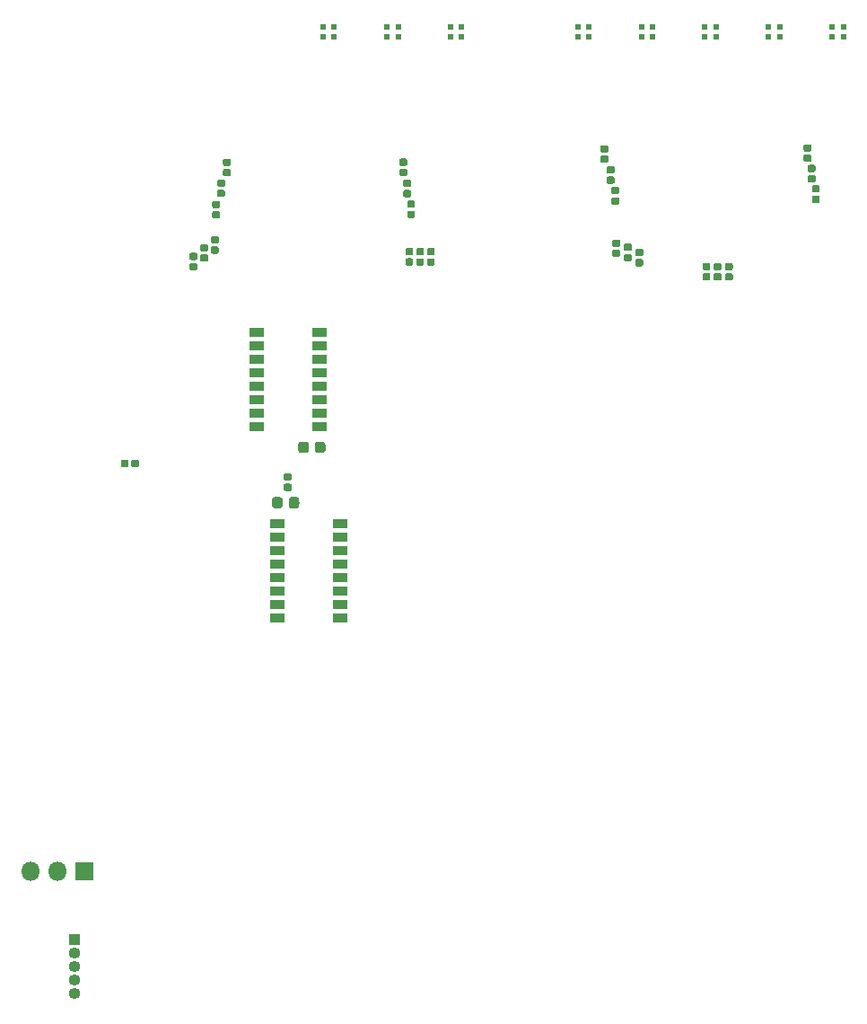
<source format=gbr>
G04 #@! TF.GenerationSoftware,KiCad,Pcbnew,(5.1.4)-1*
G04 #@! TF.CreationDate,2020-04-14T17:00:19+08:00*
G04 #@! TF.ProjectId,viper_plate_v2,76697065-725f-4706-9c61-74655f76322e,rev?*
G04 #@! TF.SameCoordinates,Original*
G04 #@! TF.FileFunction,Soldermask,Top*
G04 #@! TF.FilePolarity,Negative*
%FSLAX46Y46*%
G04 Gerber Fmt 4.6, Leading zero omitted, Abs format (unit mm)*
G04 Created by KiCad (PCBNEW (5.1.4)-1) date 2020-04-14 17:00:19*
%MOMM*%
%LPD*%
G04 APERTURE LIST*
%ADD10C,0.100000*%
%ADD11C,0.975000*%
%ADD12C,0.690000*%
%ADD13R,1.100000X1.100000*%
%ADD14O,1.100000X1.100000*%
%ADD15R,1.400000X0.900000*%
%ADD16R,0.550000X0.550000*%
%ADD17R,1.800000X1.800000*%
%ADD18O,1.800000X1.800000*%
G04 APERTURE END LIST*
D10*
G36*
X92507742Y-105673574D02*
G01*
X92531403Y-105677084D01*
X92554607Y-105682896D01*
X92577129Y-105690954D01*
X92598753Y-105701182D01*
X92619270Y-105713479D01*
X92638483Y-105727729D01*
X92656207Y-105743793D01*
X92672271Y-105761517D01*
X92686521Y-105780730D01*
X92698818Y-105801247D01*
X92709046Y-105822871D01*
X92717104Y-105845393D01*
X92722916Y-105868597D01*
X92726426Y-105892258D01*
X92727600Y-105916150D01*
X92727600Y-106478650D01*
X92726426Y-106502542D01*
X92722916Y-106526203D01*
X92717104Y-106549407D01*
X92709046Y-106571929D01*
X92698818Y-106593553D01*
X92686521Y-106614070D01*
X92672271Y-106633283D01*
X92656207Y-106651007D01*
X92638483Y-106667071D01*
X92619270Y-106681321D01*
X92598753Y-106693618D01*
X92577129Y-106703846D01*
X92554607Y-106711904D01*
X92531403Y-106717716D01*
X92507742Y-106721226D01*
X92483850Y-106722400D01*
X91996350Y-106722400D01*
X91972458Y-106721226D01*
X91948797Y-106717716D01*
X91925593Y-106711904D01*
X91903071Y-106703846D01*
X91881447Y-106693618D01*
X91860930Y-106681321D01*
X91841717Y-106667071D01*
X91823993Y-106651007D01*
X91807929Y-106633283D01*
X91793679Y-106614070D01*
X91781382Y-106593553D01*
X91771154Y-106571929D01*
X91763096Y-106549407D01*
X91757284Y-106526203D01*
X91753774Y-106502542D01*
X91752600Y-106478650D01*
X91752600Y-105916150D01*
X91753774Y-105892258D01*
X91757284Y-105868597D01*
X91763096Y-105845393D01*
X91771154Y-105822871D01*
X91781382Y-105801247D01*
X91793679Y-105780730D01*
X91807929Y-105761517D01*
X91823993Y-105743793D01*
X91841717Y-105727729D01*
X91860930Y-105713479D01*
X91881447Y-105701182D01*
X91903071Y-105690954D01*
X91925593Y-105682896D01*
X91948797Y-105677084D01*
X91972458Y-105673574D01*
X91996350Y-105672400D01*
X92483850Y-105672400D01*
X92507742Y-105673574D01*
X92507742Y-105673574D01*
G37*
D11*
X92240100Y-106197400D03*
D10*
G36*
X94082742Y-105673574D02*
G01*
X94106403Y-105677084D01*
X94129607Y-105682896D01*
X94152129Y-105690954D01*
X94173753Y-105701182D01*
X94194270Y-105713479D01*
X94213483Y-105727729D01*
X94231207Y-105743793D01*
X94247271Y-105761517D01*
X94261521Y-105780730D01*
X94273818Y-105801247D01*
X94284046Y-105822871D01*
X94292104Y-105845393D01*
X94297916Y-105868597D01*
X94301426Y-105892258D01*
X94302600Y-105916150D01*
X94302600Y-106478650D01*
X94301426Y-106502542D01*
X94297916Y-106526203D01*
X94292104Y-106549407D01*
X94284046Y-106571929D01*
X94273818Y-106593553D01*
X94261521Y-106614070D01*
X94247271Y-106633283D01*
X94231207Y-106651007D01*
X94213483Y-106667071D01*
X94194270Y-106681321D01*
X94173753Y-106693618D01*
X94152129Y-106703846D01*
X94129607Y-106711904D01*
X94106403Y-106717716D01*
X94082742Y-106721226D01*
X94058850Y-106722400D01*
X93571350Y-106722400D01*
X93547458Y-106721226D01*
X93523797Y-106717716D01*
X93500593Y-106711904D01*
X93478071Y-106703846D01*
X93456447Y-106693618D01*
X93435930Y-106681321D01*
X93416717Y-106667071D01*
X93398993Y-106651007D01*
X93382929Y-106633283D01*
X93368679Y-106614070D01*
X93356382Y-106593553D01*
X93346154Y-106571929D01*
X93338096Y-106549407D01*
X93332284Y-106526203D01*
X93328774Y-106502542D01*
X93327600Y-106478650D01*
X93327600Y-105916150D01*
X93328774Y-105892258D01*
X93332284Y-105868597D01*
X93338096Y-105845393D01*
X93346154Y-105822871D01*
X93356382Y-105801247D01*
X93368679Y-105780730D01*
X93382929Y-105761517D01*
X93398993Y-105743793D01*
X93416717Y-105727729D01*
X93435930Y-105713479D01*
X93456447Y-105701182D01*
X93478071Y-105690954D01*
X93500593Y-105682896D01*
X93523797Y-105677084D01*
X93547458Y-105673574D01*
X93571350Y-105672400D01*
X94058850Y-105672400D01*
X94082742Y-105673574D01*
X94082742Y-105673574D01*
G37*
D11*
X93815100Y-106197400D03*
D10*
G36*
X94971542Y-100453874D02*
G01*
X94995203Y-100457384D01*
X95018407Y-100463196D01*
X95040929Y-100471254D01*
X95062553Y-100481482D01*
X95083070Y-100493779D01*
X95102283Y-100508029D01*
X95120007Y-100524093D01*
X95136071Y-100541817D01*
X95150321Y-100561030D01*
X95162618Y-100581547D01*
X95172846Y-100603171D01*
X95180904Y-100625693D01*
X95186716Y-100648897D01*
X95190226Y-100672558D01*
X95191400Y-100696450D01*
X95191400Y-101258950D01*
X95190226Y-101282842D01*
X95186716Y-101306503D01*
X95180904Y-101329707D01*
X95172846Y-101352229D01*
X95162618Y-101373853D01*
X95150321Y-101394370D01*
X95136071Y-101413583D01*
X95120007Y-101431307D01*
X95102283Y-101447371D01*
X95083070Y-101461621D01*
X95062553Y-101473918D01*
X95040929Y-101484146D01*
X95018407Y-101492204D01*
X94995203Y-101498016D01*
X94971542Y-101501526D01*
X94947650Y-101502700D01*
X94460150Y-101502700D01*
X94436258Y-101501526D01*
X94412597Y-101498016D01*
X94389393Y-101492204D01*
X94366871Y-101484146D01*
X94345247Y-101473918D01*
X94324730Y-101461621D01*
X94305517Y-101447371D01*
X94287793Y-101431307D01*
X94271729Y-101413583D01*
X94257479Y-101394370D01*
X94245182Y-101373853D01*
X94234954Y-101352229D01*
X94226896Y-101329707D01*
X94221084Y-101306503D01*
X94217574Y-101282842D01*
X94216400Y-101258950D01*
X94216400Y-100696450D01*
X94217574Y-100672558D01*
X94221084Y-100648897D01*
X94226896Y-100625693D01*
X94234954Y-100603171D01*
X94245182Y-100581547D01*
X94257479Y-100561030D01*
X94271729Y-100541817D01*
X94287793Y-100524093D01*
X94305517Y-100508029D01*
X94324730Y-100493779D01*
X94345247Y-100481482D01*
X94366871Y-100471254D01*
X94389393Y-100463196D01*
X94412597Y-100457384D01*
X94436258Y-100453874D01*
X94460150Y-100452700D01*
X94947650Y-100452700D01*
X94971542Y-100453874D01*
X94971542Y-100453874D01*
G37*
D11*
X94703900Y-100977700D03*
D10*
G36*
X96546542Y-100453874D02*
G01*
X96570203Y-100457384D01*
X96593407Y-100463196D01*
X96615929Y-100471254D01*
X96637553Y-100481482D01*
X96658070Y-100493779D01*
X96677283Y-100508029D01*
X96695007Y-100524093D01*
X96711071Y-100541817D01*
X96725321Y-100561030D01*
X96737618Y-100581547D01*
X96747846Y-100603171D01*
X96755904Y-100625693D01*
X96761716Y-100648897D01*
X96765226Y-100672558D01*
X96766400Y-100696450D01*
X96766400Y-101258950D01*
X96765226Y-101282842D01*
X96761716Y-101306503D01*
X96755904Y-101329707D01*
X96747846Y-101352229D01*
X96737618Y-101373853D01*
X96725321Y-101394370D01*
X96711071Y-101413583D01*
X96695007Y-101431307D01*
X96677283Y-101447371D01*
X96658070Y-101461621D01*
X96637553Y-101473918D01*
X96615929Y-101484146D01*
X96593407Y-101492204D01*
X96570203Y-101498016D01*
X96546542Y-101501526D01*
X96522650Y-101502700D01*
X96035150Y-101502700D01*
X96011258Y-101501526D01*
X95987597Y-101498016D01*
X95964393Y-101492204D01*
X95941871Y-101484146D01*
X95920247Y-101473918D01*
X95899730Y-101461621D01*
X95880517Y-101447371D01*
X95862793Y-101431307D01*
X95846729Y-101413583D01*
X95832479Y-101394370D01*
X95820182Y-101373853D01*
X95809954Y-101352229D01*
X95801896Y-101329707D01*
X95796084Y-101306503D01*
X95792574Y-101282842D01*
X95791400Y-101258950D01*
X95791400Y-100696450D01*
X95792574Y-100672558D01*
X95796084Y-100648897D01*
X95801896Y-100625693D01*
X95809954Y-100603171D01*
X95820182Y-100581547D01*
X95832479Y-100561030D01*
X95846729Y-100541817D01*
X95862793Y-100524093D01*
X95880517Y-100508029D01*
X95899730Y-100493779D01*
X95920247Y-100481482D01*
X95941871Y-100471254D01*
X95964393Y-100463196D01*
X95987597Y-100457384D01*
X96011258Y-100453874D01*
X96035150Y-100452700D01*
X96522650Y-100452700D01*
X96546542Y-100453874D01*
X96546542Y-100453874D01*
G37*
D11*
X96278900Y-100977700D03*
D10*
G36*
X79005608Y-102145231D02*
G01*
X79022353Y-102147715D01*
X79038774Y-102151828D01*
X79054713Y-102157531D01*
X79070016Y-102164769D01*
X79084536Y-102173471D01*
X79098133Y-102183556D01*
X79110676Y-102194924D01*
X79122044Y-102207467D01*
X79132129Y-102221064D01*
X79140831Y-102235584D01*
X79148069Y-102250887D01*
X79153772Y-102266826D01*
X79157885Y-102283247D01*
X79160369Y-102299992D01*
X79161200Y-102316900D01*
X79161200Y-102711900D01*
X79160369Y-102728808D01*
X79157885Y-102745553D01*
X79153772Y-102761974D01*
X79148069Y-102777913D01*
X79140831Y-102793216D01*
X79132129Y-102807736D01*
X79122044Y-102821333D01*
X79110676Y-102833876D01*
X79098133Y-102845244D01*
X79084536Y-102855329D01*
X79070016Y-102864031D01*
X79054713Y-102871269D01*
X79038774Y-102876972D01*
X79022353Y-102881085D01*
X79005608Y-102883569D01*
X78988700Y-102884400D01*
X78643700Y-102884400D01*
X78626792Y-102883569D01*
X78610047Y-102881085D01*
X78593626Y-102876972D01*
X78577687Y-102871269D01*
X78562384Y-102864031D01*
X78547864Y-102855329D01*
X78534267Y-102845244D01*
X78521724Y-102833876D01*
X78510356Y-102821333D01*
X78500271Y-102807736D01*
X78491569Y-102793216D01*
X78484331Y-102777913D01*
X78478628Y-102761974D01*
X78474515Y-102745553D01*
X78472031Y-102728808D01*
X78471200Y-102711900D01*
X78471200Y-102316900D01*
X78472031Y-102299992D01*
X78474515Y-102283247D01*
X78478628Y-102266826D01*
X78484331Y-102250887D01*
X78491569Y-102235584D01*
X78500271Y-102221064D01*
X78510356Y-102207467D01*
X78521724Y-102194924D01*
X78534267Y-102183556D01*
X78547864Y-102173471D01*
X78562384Y-102164769D01*
X78577687Y-102157531D01*
X78593626Y-102151828D01*
X78610047Y-102147715D01*
X78626792Y-102145231D01*
X78643700Y-102144400D01*
X78988700Y-102144400D01*
X79005608Y-102145231D01*
X79005608Y-102145231D01*
G37*
D12*
X78816200Y-102514400D03*
D10*
G36*
X78035608Y-102145231D02*
G01*
X78052353Y-102147715D01*
X78068774Y-102151828D01*
X78084713Y-102157531D01*
X78100016Y-102164769D01*
X78114536Y-102173471D01*
X78128133Y-102183556D01*
X78140676Y-102194924D01*
X78152044Y-102207467D01*
X78162129Y-102221064D01*
X78170831Y-102235584D01*
X78178069Y-102250887D01*
X78183772Y-102266826D01*
X78187885Y-102283247D01*
X78190369Y-102299992D01*
X78191200Y-102316900D01*
X78191200Y-102711900D01*
X78190369Y-102728808D01*
X78187885Y-102745553D01*
X78183772Y-102761974D01*
X78178069Y-102777913D01*
X78170831Y-102793216D01*
X78162129Y-102807736D01*
X78152044Y-102821333D01*
X78140676Y-102833876D01*
X78128133Y-102845244D01*
X78114536Y-102855329D01*
X78100016Y-102864031D01*
X78084713Y-102871269D01*
X78068774Y-102876972D01*
X78052353Y-102881085D01*
X78035608Y-102883569D01*
X78018700Y-102884400D01*
X77673700Y-102884400D01*
X77656792Y-102883569D01*
X77640047Y-102881085D01*
X77623626Y-102876972D01*
X77607687Y-102871269D01*
X77592384Y-102864031D01*
X77577864Y-102855329D01*
X77564267Y-102845244D01*
X77551724Y-102833876D01*
X77540356Y-102821333D01*
X77530271Y-102807736D01*
X77521569Y-102793216D01*
X77514331Y-102777913D01*
X77508628Y-102761974D01*
X77504515Y-102745553D01*
X77502031Y-102728808D01*
X77501200Y-102711900D01*
X77501200Y-102316900D01*
X77502031Y-102299992D01*
X77504515Y-102283247D01*
X77508628Y-102266826D01*
X77514331Y-102250887D01*
X77521569Y-102235584D01*
X77530271Y-102221064D01*
X77540356Y-102207467D01*
X77551724Y-102194924D01*
X77564267Y-102183556D01*
X77577864Y-102173471D01*
X77592384Y-102164769D01*
X77607687Y-102157531D01*
X77623626Y-102151828D01*
X77640047Y-102147715D01*
X77656792Y-102145231D01*
X77673700Y-102144400D01*
X78018700Y-102144400D01*
X78035608Y-102145231D01*
X78035608Y-102145231D01*
G37*
D12*
X77846200Y-102514400D03*
D10*
G36*
X93432408Y-103435431D02*
G01*
X93449153Y-103437915D01*
X93465574Y-103442028D01*
X93481513Y-103447731D01*
X93496816Y-103454969D01*
X93511336Y-103463671D01*
X93524933Y-103473756D01*
X93537476Y-103485124D01*
X93548844Y-103497667D01*
X93558929Y-103511264D01*
X93567631Y-103525784D01*
X93574869Y-103541087D01*
X93580572Y-103557026D01*
X93584685Y-103573447D01*
X93587169Y-103590192D01*
X93588000Y-103607100D01*
X93588000Y-103952100D01*
X93587169Y-103969008D01*
X93584685Y-103985753D01*
X93580572Y-104002174D01*
X93574869Y-104018113D01*
X93567631Y-104033416D01*
X93558929Y-104047936D01*
X93548844Y-104061533D01*
X93537476Y-104074076D01*
X93524933Y-104085444D01*
X93511336Y-104095529D01*
X93496816Y-104104231D01*
X93481513Y-104111469D01*
X93465574Y-104117172D01*
X93449153Y-104121285D01*
X93432408Y-104123769D01*
X93415500Y-104124600D01*
X93020500Y-104124600D01*
X93003592Y-104123769D01*
X92986847Y-104121285D01*
X92970426Y-104117172D01*
X92954487Y-104111469D01*
X92939184Y-104104231D01*
X92924664Y-104095529D01*
X92911067Y-104085444D01*
X92898524Y-104074076D01*
X92887156Y-104061533D01*
X92877071Y-104047936D01*
X92868369Y-104033416D01*
X92861131Y-104018113D01*
X92855428Y-104002174D01*
X92851315Y-103985753D01*
X92848831Y-103969008D01*
X92848000Y-103952100D01*
X92848000Y-103607100D01*
X92848831Y-103590192D01*
X92851315Y-103573447D01*
X92855428Y-103557026D01*
X92861131Y-103541087D01*
X92868369Y-103525784D01*
X92877071Y-103511264D01*
X92887156Y-103497667D01*
X92898524Y-103485124D01*
X92911067Y-103473756D01*
X92924664Y-103463671D01*
X92939184Y-103454969D01*
X92954487Y-103447731D01*
X92970426Y-103442028D01*
X92986847Y-103437915D01*
X93003592Y-103435431D01*
X93020500Y-103434600D01*
X93415500Y-103434600D01*
X93432408Y-103435431D01*
X93432408Y-103435431D01*
G37*
D12*
X93218000Y-103779600D03*
D10*
G36*
X93432408Y-104405431D02*
G01*
X93449153Y-104407915D01*
X93465574Y-104412028D01*
X93481513Y-104417731D01*
X93496816Y-104424969D01*
X93511336Y-104433671D01*
X93524933Y-104443756D01*
X93537476Y-104455124D01*
X93548844Y-104467667D01*
X93558929Y-104481264D01*
X93567631Y-104495784D01*
X93574869Y-104511087D01*
X93580572Y-104527026D01*
X93584685Y-104543447D01*
X93587169Y-104560192D01*
X93588000Y-104577100D01*
X93588000Y-104922100D01*
X93587169Y-104939008D01*
X93584685Y-104955753D01*
X93580572Y-104972174D01*
X93574869Y-104988113D01*
X93567631Y-105003416D01*
X93558929Y-105017936D01*
X93548844Y-105031533D01*
X93537476Y-105044076D01*
X93524933Y-105055444D01*
X93511336Y-105065529D01*
X93496816Y-105074231D01*
X93481513Y-105081469D01*
X93465574Y-105087172D01*
X93449153Y-105091285D01*
X93432408Y-105093769D01*
X93415500Y-105094600D01*
X93020500Y-105094600D01*
X93003592Y-105093769D01*
X92986847Y-105091285D01*
X92970426Y-105087172D01*
X92954487Y-105081469D01*
X92939184Y-105074231D01*
X92924664Y-105065529D01*
X92911067Y-105055444D01*
X92898524Y-105044076D01*
X92887156Y-105031533D01*
X92877071Y-105017936D01*
X92868369Y-105003416D01*
X92861131Y-104988113D01*
X92855428Y-104972174D01*
X92851315Y-104955753D01*
X92848831Y-104939008D01*
X92848000Y-104922100D01*
X92848000Y-104577100D01*
X92848831Y-104560192D01*
X92851315Y-104543447D01*
X92855428Y-104527026D01*
X92861131Y-104511087D01*
X92868369Y-104495784D01*
X92877071Y-104481264D01*
X92887156Y-104467667D01*
X92898524Y-104455124D01*
X92911067Y-104443756D01*
X92924664Y-104433671D01*
X92939184Y-104424969D01*
X92954487Y-104417731D01*
X92970426Y-104412028D01*
X92986847Y-104407915D01*
X93003592Y-104405431D01*
X93020500Y-104404600D01*
X93415500Y-104404600D01*
X93432408Y-104405431D01*
X93432408Y-104405431D01*
G37*
D12*
X93218000Y-104749600D03*
D10*
G36*
X84537328Y-83615391D02*
G01*
X84554073Y-83617875D01*
X84570494Y-83621988D01*
X84586433Y-83627691D01*
X84601736Y-83634929D01*
X84616256Y-83643631D01*
X84629853Y-83653716D01*
X84642396Y-83665084D01*
X84653764Y-83677627D01*
X84663849Y-83691224D01*
X84672551Y-83705744D01*
X84679789Y-83721047D01*
X84685492Y-83736986D01*
X84689605Y-83753407D01*
X84692089Y-83770152D01*
X84692920Y-83787060D01*
X84692920Y-84132060D01*
X84692089Y-84148968D01*
X84689605Y-84165713D01*
X84685492Y-84182134D01*
X84679789Y-84198073D01*
X84672551Y-84213376D01*
X84663849Y-84227896D01*
X84653764Y-84241493D01*
X84642396Y-84254036D01*
X84629853Y-84265404D01*
X84616256Y-84275489D01*
X84601736Y-84284191D01*
X84586433Y-84291429D01*
X84570494Y-84297132D01*
X84554073Y-84301245D01*
X84537328Y-84303729D01*
X84520420Y-84304560D01*
X84125420Y-84304560D01*
X84108512Y-84303729D01*
X84091767Y-84301245D01*
X84075346Y-84297132D01*
X84059407Y-84291429D01*
X84044104Y-84284191D01*
X84029584Y-84275489D01*
X84015987Y-84265404D01*
X84003444Y-84254036D01*
X83992076Y-84241493D01*
X83981991Y-84227896D01*
X83973289Y-84213376D01*
X83966051Y-84198073D01*
X83960348Y-84182134D01*
X83956235Y-84165713D01*
X83953751Y-84148968D01*
X83952920Y-84132060D01*
X83952920Y-83787060D01*
X83953751Y-83770152D01*
X83956235Y-83753407D01*
X83960348Y-83736986D01*
X83966051Y-83721047D01*
X83973289Y-83705744D01*
X83981991Y-83691224D01*
X83992076Y-83677627D01*
X84003444Y-83665084D01*
X84015987Y-83653716D01*
X84029584Y-83643631D01*
X84044104Y-83634929D01*
X84059407Y-83627691D01*
X84075346Y-83621988D01*
X84091767Y-83617875D01*
X84108512Y-83615391D01*
X84125420Y-83614560D01*
X84520420Y-83614560D01*
X84537328Y-83615391D01*
X84537328Y-83615391D01*
G37*
D12*
X84322920Y-83959560D03*
D10*
G36*
X84537328Y-82645391D02*
G01*
X84554073Y-82647875D01*
X84570494Y-82651988D01*
X84586433Y-82657691D01*
X84601736Y-82664929D01*
X84616256Y-82673631D01*
X84629853Y-82683716D01*
X84642396Y-82695084D01*
X84653764Y-82707627D01*
X84663849Y-82721224D01*
X84672551Y-82735744D01*
X84679789Y-82751047D01*
X84685492Y-82766986D01*
X84689605Y-82783407D01*
X84692089Y-82800152D01*
X84692920Y-82817060D01*
X84692920Y-83162060D01*
X84692089Y-83178968D01*
X84689605Y-83195713D01*
X84685492Y-83212134D01*
X84679789Y-83228073D01*
X84672551Y-83243376D01*
X84663849Y-83257896D01*
X84653764Y-83271493D01*
X84642396Y-83284036D01*
X84629853Y-83295404D01*
X84616256Y-83305489D01*
X84601736Y-83314191D01*
X84586433Y-83321429D01*
X84570494Y-83327132D01*
X84554073Y-83331245D01*
X84537328Y-83333729D01*
X84520420Y-83334560D01*
X84125420Y-83334560D01*
X84108512Y-83333729D01*
X84091767Y-83331245D01*
X84075346Y-83327132D01*
X84059407Y-83321429D01*
X84044104Y-83314191D01*
X84029584Y-83305489D01*
X84015987Y-83295404D01*
X84003444Y-83284036D01*
X83992076Y-83271493D01*
X83981991Y-83257896D01*
X83973289Y-83243376D01*
X83966051Y-83228073D01*
X83960348Y-83212134D01*
X83956235Y-83195713D01*
X83953751Y-83178968D01*
X83952920Y-83162060D01*
X83952920Y-82817060D01*
X83953751Y-82800152D01*
X83956235Y-82783407D01*
X83960348Y-82766986D01*
X83966051Y-82751047D01*
X83973289Y-82735744D01*
X83981991Y-82721224D01*
X83992076Y-82707627D01*
X84003444Y-82695084D01*
X84015987Y-82683716D01*
X84029584Y-82673631D01*
X84044104Y-82664929D01*
X84059407Y-82657691D01*
X84075346Y-82651988D01*
X84091767Y-82647875D01*
X84108512Y-82645391D01*
X84125420Y-82644560D01*
X84520420Y-82644560D01*
X84537328Y-82645391D01*
X84537328Y-82645391D01*
G37*
D12*
X84322920Y-82989560D03*
D10*
G36*
X85553328Y-81837671D02*
G01*
X85570073Y-81840155D01*
X85586494Y-81844268D01*
X85602433Y-81849971D01*
X85617736Y-81857209D01*
X85632256Y-81865911D01*
X85645853Y-81875996D01*
X85658396Y-81887364D01*
X85669764Y-81899907D01*
X85679849Y-81913504D01*
X85688551Y-81928024D01*
X85695789Y-81943327D01*
X85701492Y-81959266D01*
X85705605Y-81975687D01*
X85708089Y-81992432D01*
X85708920Y-82009340D01*
X85708920Y-82354340D01*
X85708089Y-82371248D01*
X85705605Y-82387993D01*
X85701492Y-82404414D01*
X85695789Y-82420353D01*
X85688551Y-82435656D01*
X85679849Y-82450176D01*
X85669764Y-82463773D01*
X85658396Y-82476316D01*
X85645853Y-82487684D01*
X85632256Y-82497769D01*
X85617736Y-82506471D01*
X85602433Y-82513709D01*
X85586494Y-82519412D01*
X85570073Y-82523525D01*
X85553328Y-82526009D01*
X85536420Y-82526840D01*
X85141420Y-82526840D01*
X85124512Y-82526009D01*
X85107767Y-82523525D01*
X85091346Y-82519412D01*
X85075407Y-82513709D01*
X85060104Y-82506471D01*
X85045584Y-82497769D01*
X85031987Y-82487684D01*
X85019444Y-82476316D01*
X85008076Y-82463773D01*
X84997991Y-82450176D01*
X84989289Y-82435656D01*
X84982051Y-82420353D01*
X84976348Y-82404414D01*
X84972235Y-82387993D01*
X84969751Y-82371248D01*
X84968920Y-82354340D01*
X84968920Y-82009340D01*
X84969751Y-81992432D01*
X84972235Y-81975687D01*
X84976348Y-81959266D01*
X84982051Y-81943327D01*
X84989289Y-81928024D01*
X84997991Y-81913504D01*
X85008076Y-81899907D01*
X85019444Y-81887364D01*
X85031987Y-81875996D01*
X85045584Y-81865911D01*
X85060104Y-81857209D01*
X85075407Y-81849971D01*
X85091346Y-81844268D01*
X85107767Y-81840155D01*
X85124512Y-81837671D01*
X85141420Y-81836840D01*
X85536420Y-81836840D01*
X85553328Y-81837671D01*
X85553328Y-81837671D01*
G37*
D12*
X85338920Y-82181840D03*
D10*
G36*
X85553328Y-82807671D02*
G01*
X85570073Y-82810155D01*
X85586494Y-82814268D01*
X85602433Y-82819971D01*
X85617736Y-82827209D01*
X85632256Y-82835911D01*
X85645853Y-82845996D01*
X85658396Y-82857364D01*
X85669764Y-82869907D01*
X85679849Y-82883504D01*
X85688551Y-82898024D01*
X85695789Y-82913327D01*
X85701492Y-82929266D01*
X85705605Y-82945687D01*
X85708089Y-82962432D01*
X85708920Y-82979340D01*
X85708920Y-83324340D01*
X85708089Y-83341248D01*
X85705605Y-83357993D01*
X85701492Y-83374414D01*
X85695789Y-83390353D01*
X85688551Y-83405656D01*
X85679849Y-83420176D01*
X85669764Y-83433773D01*
X85658396Y-83446316D01*
X85645853Y-83457684D01*
X85632256Y-83467769D01*
X85617736Y-83476471D01*
X85602433Y-83483709D01*
X85586494Y-83489412D01*
X85570073Y-83493525D01*
X85553328Y-83496009D01*
X85536420Y-83496840D01*
X85141420Y-83496840D01*
X85124512Y-83496009D01*
X85107767Y-83493525D01*
X85091346Y-83489412D01*
X85075407Y-83483709D01*
X85060104Y-83476471D01*
X85045584Y-83467769D01*
X85031987Y-83457684D01*
X85019444Y-83446316D01*
X85008076Y-83433773D01*
X84997991Y-83420176D01*
X84989289Y-83405656D01*
X84982051Y-83390353D01*
X84976348Y-83374414D01*
X84972235Y-83357993D01*
X84969751Y-83341248D01*
X84968920Y-83324340D01*
X84968920Y-82979340D01*
X84969751Y-82962432D01*
X84972235Y-82945687D01*
X84976348Y-82929266D01*
X84982051Y-82913327D01*
X84989289Y-82898024D01*
X84997991Y-82883504D01*
X85008076Y-82869907D01*
X85019444Y-82857364D01*
X85031987Y-82845996D01*
X85045584Y-82835911D01*
X85060104Y-82827209D01*
X85075407Y-82819971D01*
X85091346Y-82814268D01*
X85107767Y-82810155D01*
X85124512Y-82807671D01*
X85141420Y-82806840D01*
X85536420Y-82806840D01*
X85553328Y-82807671D01*
X85553328Y-82807671D01*
G37*
D12*
X85338920Y-83151840D03*
D10*
G36*
X86554088Y-82050751D02*
G01*
X86570833Y-82053235D01*
X86587254Y-82057348D01*
X86603193Y-82063051D01*
X86618496Y-82070289D01*
X86633016Y-82078991D01*
X86646613Y-82089076D01*
X86659156Y-82100444D01*
X86670524Y-82112987D01*
X86680609Y-82126584D01*
X86689311Y-82141104D01*
X86696549Y-82156407D01*
X86702252Y-82172346D01*
X86706365Y-82188767D01*
X86708849Y-82205512D01*
X86709680Y-82222420D01*
X86709680Y-82567420D01*
X86708849Y-82584328D01*
X86706365Y-82601073D01*
X86702252Y-82617494D01*
X86696549Y-82633433D01*
X86689311Y-82648736D01*
X86680609Y-82663256D01*
X86670524Y-82676853D01*
X86659156Y-82689396D01*
X86646613Y-82700764D01*
X86633016Y-82710849D01*
X86618496Y-82719551D01*
X86603193Y-82726789D01*
X86587254Y-82732492D01*
X86570833Y-82736605D01*
X86554088Y-82739089D01*
X86537180Y-82739920D01*
X86142180Y-82739920D01*
X86125272Y-82739089D01*
X86108527Y-82736605D01*
X86092106Y-82732492D01*
X86076167Y-82726789D01*
X86060864Y-82719551D01*
X86046344Y-82710849D01*
X86032747Y-82700764D01*
X86020204Y-82689396D01*
X86008836Y-82676853D01*
X85998751Y-82663256D01*
X85990049Y-82648736D01*
X85982811Y-82633433D01*
X85977108Y-82617494D01*
X85972995Y-82601073D01*
X85970511Y-82584328D01*
X85969680Y-82567420D01*
X85969680Y-82222420D01*
X85970511Y-82205512D01*
X85972995Y-82188767D01*
X85977108Y-82172346D01*
X85982811Y-82156407D01*
X85990049Y-82141104D01*
X85998751Y-82126584D01*
X86008836Y-82112987D01*
X86020204Y-82100444D01*
X86032747Y-82089076D01*
X86046344Y-82078991D01*
X86060864Y-82070289D01*
X86076167Y-82063051D01*
X86092106Y-82057348D01*
X86108527Y-82053235D01*
X86125272Y-82050751D01*
X86142180Y-82049920D01*
X86537180Y-82049920D01*
X86554088Y-82050751D01*
X86554088Y-82050751D01*
G37*
D12*
X86339680Y-82394920D03*
D10*
G36*
X86554088Y-81080751D02*
G01*
X86570833Y-81083235D01*
X86587254Y-81087348D01*
X86603193Y-81093051D01*
X86618496Y-81100289D01*
X86633016Y-81108991D01*
X86646613Y-81119076D01*
X86659156Y-81130444D01*
X86670524Y-81142987D01*
X86680609Y-81156584D01*
X86689311Y-81171104D01*
X86696549Y-81186407D01*
X86702252Y-81202346D01*
X86706365Y-81218767D01*
X86708849Y-81235512D01*
X86709680Y-81252420D01*
X86709680Y-81597420D01*
X86708849Y-81614328D01*
X86706365Y-81631073D01*
X86702252Y-81647494D01*
X86696549Y-81663433D01*
X86689311Y-81678736D01*
X86680609Y-81693256D01*
X86670524Y-81706853D01*
X86659156Y-81719396D01*
X86646613Y-81730764D01*
X86633016Y-81740849D01*
X86618496Y-81749551D01*
X86603193Y-81756789D01*
X86587254Y-81762492D01*
X86570833Y-81766605D01*
X86554088Y-81769089D01*
X86537180Y-81769920D01*
X86142180Y-81769920D01*
X86125272Y-81769089D01*
X86108527Y-81766605D01*
X86092106Y-81762492D01*
X86076167Y-81756789D01*
X86060864Y-81749551D01*
X86046344Y-81740849D01*
X86032747Y-81730764D01*
X86020204Y-81719396D01*
X86008836Y-81706853D01*
X85998751Y-81693256D01*
X85990049Y-81678736D01*
X85982811Y-81663433D01*
X85977108Y-81647494D01*
X85972995Y-81631073D01*
X85970511Y-81614328D01*
X85969680Y-81597420D01*
X85969680Y-81252420D01*
X85970511Y-81235512D01*
X85972995Y-81218767D01*
X85977108Y-81202346D01*
X85982811Y-81186407D01*
X85990049Y-81171104D01*
X85998751Y-81156584D01*
X86008836Y-81142987D01*
X86020204Y-81130444D01*
X86032747Y-81119076D01*
X86046344Y-81108991D01*
X86060864Y-81100289D01*
X86076167Y-81093051D01*
X86092106Y-81087348D01*
X86108527Y-81083235D01*
X86125272Y-81080751D01*
X86142180Y-81079920D01*
X86537180Y-81079920D01*
X86554088Y-81080751D01*
X86554088Y-81080751D01*
G37*
D12*
X86339680Y-81424920D03*
D10*
G36*
X86676008Y-77745731D02*
G01*
X86692753Y-77748215D01*
X86709174Y-77752328D01*
X86725113Y-77758031D01*
X86740416Y-77765269D01*
X86754936Y-77773971D01*
X86768533Y-77784056D01*
X86781076Y-77795424D01*
X86792444Y-77807967D01*
X86802529Y-77821564D01*
X86811231Y-77836084D01*
X86818469Y-77851387D01*
X86824172Y-77867326D01*
X86828285Y-77883747D01*
X86830769Y-77900492D01*
X86831600Y-77917400D01*
X86831600Y-78262400D01*
X86830769Y-78279308D01*
X86828285Y-78296053D01*
X86824172Y-78312474D01*
X86818469Y-78328413D01*
X86811231Y-78343716D01*
X86802529Y-78358236D01*
X86792444Y-78371833D01*
X86781076Y-78384376D01*
X86768533Y-78395744D01*
X86754936Y-78405829D01*
X86740416Y-78414531D01*
X86725113Y-78421769D01*
X86709174Y-78427472D01*
X86692753Y-78431585D01*
X86676008Y-78434069D01*
X86659100Y-78434900D01*
X86264100Y-78434900D01*
X86247192Y-78434069D01*
X86230447Y-78431585D01*
X86214026Y-78427472D01*
X86198087Y-78421769D01*
X86182784Y-78414531D01*
X86168264Y-78405829D01*
X86154667Y-78395744D01*
X86142124Y-78384376D01*
X86130756Y-78371833D01*
X86120671Y-78358236D01*
X86111969Y-78343716D01*
X86104731Y-78328413D01*
X86099028Y-78312474D01*
X86094915Y-78296053D01*
X86092431Y-78279308D01*
X86091600Y-78262400D01*
X86091600Y-77917400D01*
X86092431Y-77900492D01*
X86094915Y-77883747D01*
X86099028Y-77867326D01*
X86104731Y-77851387D01*
X86111969Y-77836084D01*
X86120671Y-77821564D01*
X86130756Y-77807967D01*
X86142124Y-77795424D01*
X86154667Y-77784056D01*
X86168264Y-77773971D01*
X86182784Y-77765269D01*
X86198087Y-77758031D01*
X86214026Y-77752328D01*
X86230447Y-77748215D01*
X86247192Y-77745731D01*
X86264100Y-77744900D01*
X86659100Y-77744900D01*
X86676008Y-77745731D01*
X86676008Y-77745731D01*
G37*
D12*
X86461600Y-78089900D03*
D10*
G36*
X86676008Y-78715731D02*
G01*
X86692753Y-78718215D01*
X86709174Y-78722328D01*
X86725113Y-78728031D01*
X86740416Y-78735269D01*
X86754936Y-78743971D01*
X86768533Y-78754056D01*
X86781076Y-78765424D01*
X86792444Y-78777967D01*
X86802529Y-78791564D01*
X86811231Y-78806084D01*
X86818469Y-78821387D01*
X86824172Y-78837326D01*
X86828285Y-78853747D01*
X86830769Y-78870492D01*
X86831600Y-78887400D01*
X86831600Y-79232400D01*
X86830769Y-79249308D01*
X86828285Y-79266053D01*
X86824172Y-79282474D01*
X86818469Y-79298413D01*
X86811231Y-79313716D01*
X86802529Y-79328236D01*
X86792444Y-79341833D01*
X86781076Y-79354376D01*
X86768533Y-79365744D01*
X86754936Y-79375829D01*
X86740416Y-79384531D01*
X86725113Y-79391769D01*
X86709174Y-79397472D01*
X86692753Y-79401585D01*
X86676008Y-79404069D01*
X86659100Y-79404900D01*
X86264100Y-79404900D01*
X86247192Y-79404069D01*
X86230447Y-79401585D01*
X86214026Y-79397472D01*
X86198087Y-79391769D01*
X86182784Y-79384531D01*
X86168264Y-79375829D01*
X86154667Y-79365744D01*
X86142124Y-79354376D01*
X86130756Y-79341833D01*
X86120671Y-79328236D01*
X86111969Y-79313716D01*
X86104731Y-79298413D01*
X86099028Y-79282474D01*
X86094915Y-79266053D01*
X86092431Y-79249308D01*
X86091600Y-79232400D01*
X86091600Y-78887400D01*
X86092431Y-78870492D01*
X86094915Y-78853747D01*
X86099028Y-78837326D01*
X86104731Y-78821387D01*
X86111969Y-78806084D01*
X86120671Y-78791564D01*
X86130756Y-78777967D01*
X86142124Y-78765424D01*
X86154667Y-78754056D01*
X86168264Y-78743971D01*
X86182784Y-78735269D01*
X86198087Y-78728031D01*
X86214026Y-78722328D01*
X86230447Y-78718215D01*
X86247192Y-78715731D01*
X86264100Y-78714900D01*
X86659100Y-78714900D01*
X86676008Y-78715731D01*
X86676008Y-78715731D01*
G37*
D12*
X86461600Y-79059900D03*
D10*
G36*
X87145908Y-76709131D02*
G01*
X87162653Y-76711615D01*
X87179074Y-76715728D01*
X87195013Y-76721431D01*
X87210316Y-76728669D01*
X87224836Y-76737371D01*
X87238433Y-76747456D01*
X87250976Y-76758824D01*
X87262344Y-76771367D01*
X87272429Y-76784964D01*
X87281131Y-76799484D01*
X87288369Y-76814787D01*
X87294072Y-76830726D01*
X87298185Y-76847147D01*
X87300669Y-76863892D01*
X87301500Y-76880800D01*
X87301500Y-77225800D01*
X87300669Y-77242708D01*
X87298185Y-77259453D01*
X87294072Y-77275874D01*
X87288369Y-77291813D01*
X87281131Y-77307116D01*
X87272429Y-77321636D01*
X87262344Y-77335233D01*
X87250976Y-77347776D01*
X87238433Y-77359144D01*
X87224836Y-77369229D01*
X87210316Y-77377931D01*
X87195013Y-77385169D01*
X87179074Y-77390872D01*
X87162653Y-77394985D01*
X87145908Y-77397469D01*
X87129000Y-77398300D01*
X86734000Y-77398300D01*
X86717092Y-77397469D01*
X86700347Y-77394985D01*
X86683926Y-77390872D01*
X86667987Y-77385169D01*
X86652684Y-77377931D01*
X86638164Y-77369229D01*
X86624567Y-77359144D01*
X86612024Y-77347776D01*
X86600656Y-77335233D01*
X86590571Y-77321636D01*
X86581869Y-77307116D01*
X86574631Y-77291813D01*
X86568928Y-77275874D01*
X86564815Y-77259453D01*
X86562331Y-77242708D01*
X86561500Y-77225800D01*
X86561500Y-76880800D01*
X86562331Y-76863892D01*
X86564815Y-76847147D01*
X86568928Y-76830726D01*
X86574631Y-76814787D01*
X86581869Y-76799484D01*
X86590571Y-76784964D01*
X86600656Y-76771367D01*
X86612024Y-76758824D01*
X86624567Y-76747456D01*
X86638164Y-76737371D01*
X86652684Y-76728669D01*
X86667987Y-76721431D01*
X86683926Y-76715728D01*
X86700347Y-76711615D01*
X86717092Y-76709131D01*
X86734000Y-76708300D01*
X87129000Y-76708300D01*
X87145908Y-76709131D01*
X87145908Y-76709131D01*
G37*
D12*
X86931500Y-77053300D03*
D10*
G36*
X87145908Y-75739131D02*
G01*
X87162653Y-75741615D01*
X87179074Y-75745728D01*
X87195013Y-75751431D01*
X87210316Y-75758669D01*
X87224836Y-75767371D01*
X87238433Y-75777456D01*
X87250976Y-75788824D01*
X87262344Y-75801367D01*
X87272429Y-75814964D01*
X87281131Y-75829484D01*
X87288369Y-75844787D01*
X87294072Y-75860726D01*
X87298185Y-75877147D01*
X87300669Y-75893892D01*
X87301500Y-75910800D01*
X87301500Y-76255800D01*
X87300669Y-76272708D01*
X87298185Y-76289453D01*
X87294072Y-76305874D01*
X87288369Y-76321813D01*
X87281131Y-76337116D01*
X87272429Y-76351636D01*
X87262344Y-76365233D01*
X87250976Y-76377776D01*
X87238433Y-76389144D01*
X87224836Y-76399229D01*
X87210316Y-76407931D01*
X87195013Y-76415169D01*
X87179074Y-76420872D01*
X87162653Y-76424985D01*
X87145908Y-76427469D01*
X87129000Y-76428300D01*
X86734000Y-76428300D01*
X86717092Y-76427469D01*
X86700347Y-76424985D01*
X86683926Y-76420872D01*
X86667987Y-76415169D01*
X86652684Y-76407931D01*
X86638164Y-76399229D01*
X86624567Y-76389144D01*
X86612024Y-76377776D01*
X86600656Y-76365233D01*
X86590571Y-76351636D01*
X86581869Y-76337116D01*
X86574631Y-76321813D01*
X86568928Y-76305874D01*
X86564815Y-76289453D01*
X86562331Y-76272708D01*
X86561500Y-76255800D01*
X86561500Y-75910800D01*
X86562331Y-75893892D01*
X86564815Y-75877147D01*
X86568928Y-75860726D01*
X86574631Y-75844787D01*
X86581869Y-75829484D01*
X86590571Y-75814964D01*
X86600656Y-75801367D01*
X86612024Y-75788824D01*
X86624567Y-75777456D01*
X86638164Y-75767371D01*
X86652684Y-75758669D01*
X86667987Y-75751431D01*
X86683926Y-75745728D01*
X86700347Y-75741615D01*
X86717092Y-75739131D01*
X86734000Y-75738300D01*
X87129000Y-75738300D01*
X87145908Y-75739131D01*
X87145908Y-75739131D01*
G37*
D12*
X86931500Y-76083300D03*
D10*
G36*
X87692008Y-73773031D02*
G01*
X87708753Y-73775515D01*
X87725174Y-73779628D01*
X87741113Y-73785331D01*
X87756416Y-73792569D01*
X87770936Y-73801271D01*
X87784533Y-73811356D01*
X87797076Y-73822724D01*
X87808444Y-73835267D01*
X87818529Y-73848864D01*
X87827231Y-73863384D01*
X87834469Y-73878687D01*
X87840172Y-73894626D01*
X87844285Y-73911047D01*
X87846769Y-73927792D01*
X87847600Y-73944700D01*
X87847600Y-74289700D01*
X87846769Y-74306608D01*
X87844285Y-74323353D01*
X87840172Y-74339774D01*
X87834469Y-74355713D01*
X87827231Y-74371016D01*
X87818529Y-74385536D01*
X87808444Y-74399133D01*
X87797076Y-74411676D01*
X87784533Y-74423044D01*
X87770936Y-74433129D01*
X87756416Y-74441831D01*
X87741113Y-74449069D01*
X87725174Y-74454772D01*
X87708753Y-74458885D01*
X87692008Y-74461369D01*
X87675100Y-74462200D01*
X87280100Y-74462200D01*
X87263192Y-74461369D01*
X87246447Y-74458885D01*
X87230026Y-74454772D01*
X87214087Y-74449069D01*
X87198784Y-74441831D01*
X87184264Y-74433129D01*
X87170667Y-74423044D01*
X87158124Y-74411676D01*
X87146756Y-74399133D01*
X87136671Y-74385536D01*
X87127969Y-74371016D01*
X87120731Y-74355713D01*
X87115028Y-74339774D01*
X87110915Y-74323353D01*
X87108431Y-74306608D01*
X87107600Y-74289700D01*
X87107600Y-73944700D01*
X87108431Y-73927792D01*
X87110915Y-73911047D01*
X87115028Y-73894626D01*
X87120731Y-73878687D01*
X87127969Y-73863384D01*
X87136671Y-73848864D01*
X87146756Y-73835267D01*
X87158124Y-73822724D01*
X87170667Y-73811356D01*
X87184264Y-73801271D01*
X87198784Y-73792569D01*
X87214087Y-73785331D01*
X87230026Y-73779628D01*
X87246447Y-73775515D01*
X87263192Y-73773031D01*
X87280100Y-73772200D01*
X87675100Y-73772200D01*
X87692008Y-73773031D01*
X87692008Y-73773031D01*
G37*
D12*
X87477600Y-74117200D03*
D10*
G36*
X87692008Y-74743031D02*
G01*
X87708753Y-74745515D01*
X87725174Y-74749628D01*
X87741113Y-74755331D01*
X87756416Y-74762569D01*
X87770936Y-74771271D01*
X87784533Y-74781356D01*
X87797076Y-74792724D01*
X87808444Y-74805267D01*
X87818529Y-74818864D01*
X87827231Y-74833384D01*
X87834469Y-74848687D01*
X87840172Y-74864626D01*
X87844285Y-74881047D01*
X87846769Y-74897792D01*
X87847600Y-74914700D01*
X87847600Y-75259700D01*
X87846769Y-75276608D01*
X87844285Y-75293353D01*
X87840172Y-75309774D01*
X87834469Y-75325713D01*
X87827231Y-75341016D01*
X87818529Y-75355536D01*
X87808444Y-75369133D01*
X87797076Y-75381676D01*
X87784533Y-75393044D01*
X87770936Y-75403129D01*
X87756416Y-75411831D01*
X87741113Y-75419069D01*
X87725174Y-75424772D01*
X87708753Y-75428885D01*
X87692008Y-75431369D01*
X87675100Y-75432200D01*
X87280100Y-75432200D01*
X87263192Y-75431369D01*
X87246447Y-75428885D01*
X87230026Y-75424772D01*
X87214087Y-75419069D01*
X87198784Y-75411831D01*
X87184264Y-75403129D01*
X87170667Y-75393044D01*
X87158124Y-75381676D01*
X87146756Y-75369133D01*
X87136671Y-75355536D01*
X87127969Y-75341016D01*
X87120731Y-75325713D01*
X87115028Y-75309774D01*
X87110915Y-75293353D01*
X87108431Y-75276608D01*
X87107600Y-75259700D01*
X87107600Y-74914700D01*
X87108431Y-74897792D01*
X87110915Y-74881047D01*
X87115028Y-74864626D01*
X87120731Y-74848687D01*
X87127969Y-74833384D01*
X87136671Y-74818864D01*
X87146756Y-74805267D01*
X87158124Y-74792724D01*
X87170667Y-74781356D01*
X87184264Y-74771271D01*
X87198784Y-74762569D01*
X87214087Y-74755331D01*
X87230026Y-74749628D01*
X87246447Y-74745515D01*
X87263192Y-74743031D01*
X87280100Y-74742200D01*
X87675100Y-74742200D01*
X87692008Y-74743031D01*
X87692008Y-74743031D01*
G37*
D12*
X87477600Y-75087200D03*
D10*
G36*
X104329008Y-74727931D02*
G01*
X104345753Y-74730415D01*
X104362174Y-74734528D01*
X104378113Y-74740231D01*
X104393416Y-74747469D01*
X104407936Y-74756171D01*
X104421533Y-74766256D01*
X104434076Y-74777624D01*
X104445444Y-74790167D01*
X104455529Y-74803764D01*
X104464231Y-74818284D01*
X104471469Y-74833587D01*
X104477172Y-74849526D01*
X104481285Y-74865947D01*
X104483769Y-74882692D01*
X104484600Y-74899600D01*
X104484600Y-75244600D01*
X104483769Y-75261508D01*
X104481285Y-75278253D01*
X104477172Y-75294674D01*
X104471469Y-75310613D01*
X104464231Y-75325916D01*
X104455529Y-75340436D01*
X104445444Y-75354033D01*
X104434076Y-75366576D01*
X104421533Y-75377944D01*
X104407936Y-75388029D01*
X104393416Y-75396731D01*
X104378113Y-75403969D01*
X104362174Y-75409672D01*
X104345753Y-75413785D01*
X104329008Y-75416269D01*
X104312100Y-75417100D01*
X103917100Y-75417100D01*
X103900192Y-75416269D01*
X103883447Y-75413785D01*
X103867026Y-75409672D01*
X103851087Y-75403969D01*
X103835784Y-75396731D01*
X103821264Y-75388029D01*
X103807667Y-75377944D01*
X103795124Y-75366576D01*
X103783756Y-75354033D01*
X103773671Y-75340436D01*
X103764969Y-75325916D01*
X103757731Y-75310613D01*
X103752028Y-75294674D01*
X103747915Y-75278253D01*
X103745431Y-75261508D01*
X103744600Y-75244600D01*
X103744600Y-74899600D01*
X103745431Y-74882692D01*
X103747915Y-74865947D01*
X103752028Y-74849526D01*
X103757731Y-74833587D01*
X103764969Y-74818284D01*
X103773671Y-74803764D01*
X103783756Y-74790167D01*
X103795124Y-74777624D01*
X103807667Y-74766256D01*
X103821264Y-74756171D01*
X103835784Y-74747469D01*
X103851087Y-74740231D01*
X103867026Y-74734528D01*
X103883447Y-74730415D01*
X103900192Y-74727931D01*
X103917100Y-74727100D01*
X104312100Y-74727100D01*
X104329008Y-74727931D01*
X104329008Y-74727931D01*
G37*
D12*
X104114600Y-75072100D03*
D10*
G36*
X104329008Y-73757931D02*
G01*
X104345753Y-73760415D01*
X104362174Y-73764528D01*
X104378113Y-73770231D01*
X104393416Y-73777469D01*
X104407936Y-73786171D01*
X104421533Y-73796256D01*
X104434076Y-73807624D01*
X104445444Y-73820167D01*
X104455529Y-73833764D01*
X104464231Y-73848284D01*
X104471469Y-73863587D01*
X104477172Y-73879526D01*
X104481285Y-73895947D01*
X104483769Y-73912692D01*
X104484600Y-73929600D01*
X104484600Y-74274600D01*
X104483769Y-74291508D01*
X104481285Y-74308253D01*
X104477172Y-74324674D01*
X104471469Y-74340613D01*
X104464231Y-74355916D01*
X104455529Y-74370436D01*
X104445444Y-74384033D01*
X104434076Y-74396576D01*
X104421533Y-74407944D01*
X104407936Y-74418029D01*
X104393416Y-74426731D01*
X104378113Y-74433969D01*
X104362174Y-74439672D01*
X104345753Y-74443785D01*
X104329008Y-74446269D01*
X104312100Y-74447100D01*
X103917100Y-74447100D01*
X103900192Y-74446269D01*
X103883447Y-74443785D01*
X103867026Y-74439672D01*
X103851087Y-74433969D01*
X103835784Y-74426731D01*
X103821264Y-74418029D01*
X103807667Y-74407944D01*
X103795124Y-74396576D01*
X103783756Y-74384033D01*
X103773671Y-74370436D01*
X103764969Y-74355916D01*
X103757731Y-74340613D01*
X103752028Y-74324674D01*
X103747915Y-74308253D01*
X103745431Y-74291508D01*
X103744600Y-74274600D01*
X103744600Y-73929600D01*
X103745431Y-73912692D01*
X103747915Y-73895947D01*
X103752028Y-73879526D01*
X103757731Y-73863587D01*
X103764969Y-73848284D01*
X103773671Y-73833764D01*
X103783756Y-73820167D01*
X103795124Y-73807624D01*
X103807667Y-73796256D01*
X103821264Y-73786171D01*
X103835784Y-73777469D01*
X103851087Y-73770231D01*
X103867026Y-73764528D01*
X103883447Y-73760415D01*
X103900192Y-73757931D01*
X103917100Y-73757100D01*
X104312100Y-73757100D01*
X104329008Y-73757931D01*
X104329008Y-73757931D01*
G37*
D12*
X104114600Y-74102100D03*
D10*
G36*
X104697308Y-75751831D02*
G01*
X104714053Y-75754315D01*
X104730474Y-75758428D01*
X104746413Y-75764131D01*
X104761716Y-75771369D01*
X104776236Y-75780071D01*
X104789833Y-75790156D01*
X104802376Y-75801524D01*
X104813744Y-75814067D01*
X104823829Y-75827664D01*
X104832531Y-75842184D01*
X104839769Y-75857487D01*
X104845472Y-75873426D01*
X104849585Y-75889847D01*
X104852069Y-75906592D01*
X104852900Y-75923500D01*
X104852900Y-76268500D01*
X104852069Y-76285408D01*
X104849585Y-76302153D01*
X104845472Y-76318574D01*
X104839769Y-76334513D01*
X104832531Y-76349816D01*
X104823829Y-76364336D01*
X104813744Y-76377933D01*
X104802376Y-76390476D01*
X104789833Y-76401844D01*
X104776236Y-76411929D01*
X104761716Y-76420631D01*
X104746413Y-76427869D01*
X104730474Y-76433572D01*
X104714053Y-76437685D01*
X104697308Y-76440169D01*
X104680400Y-76441000D01*
X104285400Y-76441000D01*
X104268492Y-76440169D01*
X104251747Y-76437685D01*
X104235326Y-76433572D01*
X104219387Y-76427869D01*
X104204084Y-76420631D01*
X104189564Y-76411929D01*
X104175967Y-76401844D01*
X104163424Y-76390476D01*
X104152056Y-76377933D01*
X104141971Y-76364336D01*
X104133269Y-76349816D01*
X104126031Y-76334513D01*
X104120328Y-76318574D01*
X104116215Y-76302153D01*
X104113731Y-76285408D01*
X104112900Y-76268500D01*
X104112900Y-75923500D01*
X104113731Y-75906592D01*
X104116215Y-75889847D01*
X104120328Y-75873426D01*
X104126031Y-75857487D01*
X104133269Y-75842184D01*
X104141971Y-75827664D01*
X104152056Y-75814067D01*
X104163424Y-75801524D01*
X104175967Y-75790156D01*
X104189564Y-75780071D01*
X104204084Y-75771369D01*
X104219387Y-75764131D01*
X104235326Y-75758428D01*
X104251747Y-75754315D01*
X104268492Y-75751831D01*
X104285400Y-75751000D01*
X104680400Y-75751000D01*
X104697308Y-75751831D01*
X104697308Y-75751831D01*
G37*
D12*
X104482900Y-76096000D03*
D10*
G36*
X104697308Y-76721831D02*
G01*
X104714053Y-76724315D01*
X104730474Y-76728428D01*
X104746413Y-76734131D01*
X104761716Y-76741369D01*
X104776236Y-76750071D01*
X104789833Y-76760156D01*
X104802376Y-76771524D01*
X104813744Y-76784067D01*
X104823829Y-76797664D01*
X104832531Y-76812184D01*
X104839769Y-76827487D01*
X104845472Y-76843426D01*
X104849585Y-76859847D01*
X104852069Y-76876592D01*
X104852900Y-76893500D01*
X104852900Y-77238500D01*
X104852069Y-77255408D01*
X104849585Y-77272153D01*
X104845472Y-77288574D01*
X104839769Y-77304513D01*
X104832531Y-77319816D01*
X104823829Y-77334336D01*
X104813744Y-77347933D01*
X104802376Y-77360476D01*
X104789833Y-77371844D01*
X104776236Y-77381929D01*
X104761716Y-77390631D01*
X104746413Y-77397869D01*
X104730474Y-77403572D01*
X104714053Y-77407685D01*
X104697308Y-77410169D01*
X104680400Y-77411000D01*
X104285400Y-77411000D01*
X104268492Y-77410169D01*
X104251747Y-77407685D01*
X104235326Y-77403572D01*
X104219387Y-77397869D01*
X104204084Y-77390631D01*
X104189564Y-77381929D01*
X104175967Y-77371844D01*
X104163424Y-77360476D01*
X104152056Y-77347933D01*
X104141971Y-77334336D01*
X104133269Y-77319816D01*
X104126031Y-77304513D01*
X104120328Y-77288574D01*
X104116215Y-77272153D01*
X104113731Y-77255408D01*
X104112900Y-77238500D01*
X104112900Y-76893500D01*
X104113731Y-76876592D01*
X104116215Y-76859847D01*
X104120328Y-76843426D01*
X104126031Y-76827487D01*
X104133269Y-76812184D01*
X104141971Y-76797664D01*
X104152056Y-76784067D01*
X104163424Y-76771524D01*
X104175967Y-76760156D01*
X104189564Y-76750071D01*
X104204084Y-76741369D01*
X104219387Y-76734131D01*
X104235326Y-76728428D01*
X104251747Y-76724315D01*
X104268492Y-76721831D01*
X104285400Y-76721000D01*
X104680400Y-76721000D01*
X104697308Y-76721831D01*
X104697308Y-76721831D01*
G37*
D12*
X104482900Y-77066000D03*
D10*
G36*
X105065608Y-78677631D02*
G01*
X105082353Y-78680115D01*
X105098774Y-78684228D01*
X105114713Y-78689931D01*
X105130016Y-78697169D01*
X105144536Y-78705871D01*
X105158133Y-78715956D01*
X105170676Y-78727324D01*
X105182044Y-78739867D01*
X105192129Y-78753464D01*
X105200831Y-78767984D01*
X105208069Y-78783287D01*
X105213772Y-78799226D01*
X105217885Y-78815647D01*
X105220369Y-78832392D01*
X105221200Y-78849300D01*
X105221200Y-79194300D01*
X105220369Y-79211208D01*
X105217885Y-79227953D01*
X105213772Y-79244374D01*
X105208069Y-79260313D01*
X105200831Y-79275616D01*
X105192129Y-79290136D01*
X105182044Y-79303733D01*
X105170676Y-79316276D01*
X105158133Y-79327644D01*
X105144536Y-79337729D01*
X105130016Y-79346431D01*
X105114713Y-79353669D01*
X105098774Y-79359372D01*
X105082353Y-79363485D01*
X105065608Y-79365969D01*
X105048700Y-79366800D01*
X104653700Y-79366800D01*
X104636792Y-79365969D01*
X104620047Y-79363485D01*
X104603626Y-79359372D01*
X104587687Y-79353669D01*
X104572384Y-79346431D01*
X104557864Y-79337729D01*
X104544267Y-79327644D01*
X104531724Y-79316276D01*
X104520356Y-79303733D01*
X104510271Y-79290136D01*
X104501569Y-79275616D01*
X104494331Y-79260313D01*
X104488628Y-79244374D01*
X104484515Y-79227953D01*
X104482031Y-79211208D01*
X104481200Y-79194300D01*
X104481200Y-78849300D01*
X104482031Y-78832392D01*
X104484515Y-78815647D01*
X104488628Y-78799226D01*
X104494331Y-78783287D01*
X104501569Y-78767984D01*
X104510271Y-78753464D01*
X104520356Y-78739867D01*
X104531724Y-78727324D01*
X104544267Y-78715956D01*
X104557864Y-78705871D01*
X104572384Y-78697169D01*
X104587687Y-78689931D01*
X104603626Y-78684228D01*
X104620047Y-78680115D01*
X104636792Y-78677631D01*
X104653700Y-78676800D01*
X105048700Y-78676800D01*
X105065608Y-78677631D01*
X105065608Y-78677631D01*
G37*
D12*
X104851200Y-79021800D03*
D10*
G36*
X105065608Y-77707631D02*
G01*
X105082353Y-77710115D01*
X105098774Y-77714228D01*
X105114713Y-77719931D01*
X105130016Y-77727169D01*
X105144536Y-77735871D01*
X105158133Y-77745956D01*
X105170676Y-77757324D01*
X105182044Y-77769867D01*
X105192129Y-77783464D01*
X105200831Y-77797984D01*
X105208069Y-77813287D01*
X105213772Y-77829226D01*
X105217885Y-77845647D01*
X105220369Y-77862392D01*
X105221200Y-77879300D01*
X105221200Y-78224300D01*
X105220369Y-78241208D01*
X105217885Y-78257953D01*
X105213772Y-78274374D01*
X105208069Y-78290313D01*
X105200831Y-78305616D01*
X105192129Y-78320136D01*
X105182044Y-78333733D01*
X105170676Y-78346276D01*
X105158133Y-78357644D01*
X105144536Y-78367729D01*
X105130016Y-78376431D01*
X105114713Y-78383669D01*
X105098774Y-78389372D01*
X105082353Y-78393485D01*
X105065608Y-78395969D01*
X105048700Y-78396800D01*
X104653700Y-78396800D01*
X104636792Y-78395969D01*
X104620047Y-78393485D01*
X104603626Y-78389372D01*
X104587687Y-78383669D01*
X104572384Y-78376431D01*
X104557864Y-78367729D01*
X104544267Y-78357644D01*
X104531724Y-78346276D01*
X104520356Y-78333733D01*
X104510271Y-78320136D01*
X104501569Y-78305616D01*
X104494331Y-78290313D01*
X104488628Y-78274374D01*
X104484515Y-78257953D01*
X104482031Y-78241208D01*
X104481200Y-78224300D01*
X104481200Y-77879300D01*
X104482031Y-77862392D01*
X104484515Y-77845647D01*
X104488628Y-77829226D01*
X104494331Y-77813287D01*
X104501569Y-77797984D01*
X104510271Y-77783464D01*
X104520356Y-77769867D01*
X104531724Y-77757324D01*
X104544267Y-77745956D01*
X104557864Y-77735871D01*
X104572384Y-77727169D01*
X104587687Y-77719931D01*
X104603626Y-77714228D01*
X104620047Y-77710115D01*
X104636792Y-77707631D01*
X104653700Y-77706800D01*
X105048700Y-77706800D01*
X105065608Y-77707631D01*
X105065608Y-77707631D01*
G37*
D12*
X104851200Y-78051800D03*
D10*
G36*
X104900508Y-82190731D02*
G01*
X104917253Y-82193215D01*
X104933674Y-82197328D01*
X104949613Y-82203031D01*
X104964916Y-82210269D01*
X104979436Y-82218971D01*
X104993033Y-82229056D01*
X105005576Y-82240424D01*
X105016944Y-82252967D01*
X105027029Y-82266564D01*
X105035731Y-82281084D01*
X105042969Y-82296387D01*
X105048672Y-82312326D01*
X105052785Y-82328747D01*
X105055269Y-82345492D01*
X105056100Y-82362400D01*
X105056100Y-82707400D01*
X105055269Y-82724308D01*
X105052785Y-82741053D01*
X105048672Y-82757474D01*
X105042969Y-82773413D01*
X105035731Y-82788716D01*
X105027029Y-82803236D01*
X105016944Y-82816833D01*
X105005576Y-82829376D01*
X104993033Y-82840744D01*
X104979436Y-82850829D01*
X104964916Y-82859531D01*
X104949613Y-82866769D01*
X104933674Y-82872472D01*
X104917253Y-82876585D01*
X104900508Y-82879069D01*
X104883600Y-82879900D01*
X104488600Y-82879900D01*
X104471692Y-82879069D01*
X104454947Y-82876585D01*
X104438526Y-82872472D01*
X104422587Y-82866769D01*
X104407284Y-82859531D01*
X104392764Y-82850829D01*
X104379167Y-82840744D01*
X104366624Y-82829376D01*
X104355256Y-82816833D01*
X104345171Y-82803236D01*
X104336469Y-82788716D01*
X104329231Y-82773413D01*
X104323528Y-82757474D01*
X104319415Y-82741053D01*
X104316931Y-82724308D01*
X104316100Y-82707400D01*
X104316100Y-82362400D01*
X104316931Y-82345492D01*
X104319415Y-82328747D01*
X104323528Y-82312326D01*
X104329231Y-82296387D01*
X104336469Y-82281084D01*
X104345171Y-82266564D01*
X104355256Y-82252967D01*
X104366624Y-82240424D01*
X104379167Y-82229056D01*
X104392764Y-82218971D01*
X104407284Y-82210269D01*
X104422587Y-82203031D01*
X104438526Y-82197328D01*
X104454947Y-82193215D01*
X104471692Y-82190731D01*
X104488600Y-82189900D01*
X104883600Y-82189900D01*
X104900508Y-82190731D01*
X104900508Y-82190731D01*
G37*
D12*
X104686100Y-82534900D03*
D10*
G36*
X104900508Y-83160731D02*
G01*
X104917253Y-83163215D01*
X104933674Y-83167328D01*
X104949613Y-83173031D01*
X104964916Y-83180269D01*
X104979436Y-83188971D01*
X104993033Y-83199056D01*
X105005576Y-83210424D01*
X105016944Y-83222967D01*
X105027029Y-83236564D01*
X105035731Y-83251084D01*
X105042969Y-83266387D01*
X105048672Y-83282326D01*
X105052785Y-83298747D01*
X105055269Y-83315492D01*
X105056100Y-83332400D01*
X105056100Y-83677400D01*
X105055269Y-83694308D01*
X105052785Y-83711053D01*
X105048672Y-83727474D01*
X105042969Y-83743413D01*
X105035731Y-83758716D01*
X105027029Y-83773236D01*
X105016944Y-83786833D01*
X105005576Y-83799376D01*
X104993033Y-83810744D01*
X104979436Y-83820829D01*
X104964916Y-83829531D01*
X104949613Y-83836769D01*
X104933674Y-83842472D01*
X104917253Y-83846585D01*
X104900508Y-83849069D01*
X104883600Y-83849900D01*
X104488600Y-83849900D01*
X104471692Y-83849069D01*
X104454947Y-83846585D01*
X104438526Y-83842472D01*
X104422587Y-83836769D01*
X104407284Y-83829531D01*
X104392764Y-83820829D01*
X104379167Y-83810744D01*
X104366624Y-83799376D01*
X104355256Y-83786833D01*
X104345171Y-83773236D01*
X104336469Y-83758716D01*
X104329231Y-83743413D01*
X104323528Y-83727474D01*
X104319415Y-83711053D01*
X104316931Y-83694308D01*
X104316100Y-83677400D01*
X104316100Y-83332400D01*
X104316931Y-83315492D01*
X104319415Y-83298747D01*
X104323528Y-83282326D01*
X104329231Y-83266387D01*
X104336469Y-83251084D01*
X104345171Y-83236564D01*
X104355256Y-83222967D01*
X104366624Y-83210424D01*
X104379167Y-83199056D01*
X104392764Y-83188971D01*
X104407284Y-83180269D01*
X104422587Y-83173031D01*
X104438526Y-83167328D01*
X104454947Y-83163215D01*
X104471692Y-83160731D01*
X104488600Y-83159900D01*
X104883600Y-83159900D01*
X104900508Y-83160731D01*
X104900508Y-83160731D01*
G37*
D12*
X104686100Y-83504900D03*
D10*
G36*
X105916508Y-83163131D02*
G01*
X105933253Y-83165615D01*
X105949674Y-83169728D01*
X105965613Y-83175431D01*
X105980916Y-83182669D01*
X105995436Y-83191371D01*
X106009033Y-83201456D01*
X106021576Y-83212824D01*
X106032944Y-83225367D01*
X106043029Y-83238964D01*
X106051731Y-83253484D01*
X106058969Y-83268787D01*
X106064672Y-83284726D01*
X106068785Y-83301147D01*
X106071269Y-83317892D01*
X106072100Y-83334800D01*
X106072100Y-83679800D01*
X106071269Y-83696708D01*
X106068785Y-83713453D01*
X106064672Y-83729874D01*
X106058969Y-83745813D01*
X106051731Y-83761116D01*
X106043029Y-83775636D01*
X106032944Y-83789233D01*
X106021576Y-83801776D01*
X106009033Y-83813144D01*
X105995436Y-83823229D01*
X105980916Y-83831931D01*
X105965613Y-83839169D01*
X105949674Y-83844872D01*
X105933253Y-83848985D01*
X105916508Y-83851469D01*
X105899600Y-83852300D01*
X105504600Y-83852300D01*
X105487692Y-83851469D01*
X105470947Y-83848985D01*
X105454526Y-83844872D01*
X105438587Y-83839169D01*
X105423284Y-83831931D01*
X105408764Y-83823229D01*
X105395167Y-83813144D01*
X105382624Y-83801776D01*
X105371256Y-83789233D01*
X105361171Y-83775636D01*
X105352469Y-83761116D01*
X105345231Y-83745813D01*
X105339528Y-83729874D01*
X105335415Y-83713453D01*
X105332931Y-83696708D01*
X105332100Y-83679800D01*
X105332100Y-83334800D01*
X105332931Y-83317892D01*
X105335415Y-83301147D01*
X105339528Y-83284726D01*
X105345231Y-83268787D01*
X105352469Y-83253484D01*
X105361171Y-83238964D01*
X105371256Y-83225367D01*
X105382624Y-83212824D01*
X105395167Y-83201456D01*
X105408764Y-83191371D01*
X105423284Y-83182669D01*
X105438587Y-83175431D01*
X105454526Y-83169728D01*
X105470947Y-83165615D01*
X105487692Y-83163131D01*
X105504600Y-83162300D01*
X105899600Y-83162300D01*
X105916508Y-83163131D01*
X105916508Y-83163131D01*
G37*
D12*
X105702100Y-83507300D03*
D10*
G36*
X105916508Y-82193131D02*
G01*
X105933253Y-82195615D01*
X105949674Y-82199728D01*
X105965613Y-82205431D01*
X105980916Y-82212669D01*
X105995436Y-82221371D01*
X106009033Y-82231456D01*
X106021576Y-82242824D01*
X106032944Y-82255367D01*
X106043029Y-82268964D01*
X106051731Y-82283484D01*
X106058969Y-82298787D01*
X106064672Y-82314726D01*
X106068785Y-82331147D01*
X106071269Y-82347892D01*
X106072100Y-82364800D01*
X106072100Y-82709800D01*
X106071269Y-82726708D01*
X106068785Y-82743453D01*
X106064672Y-82759874D01*
X106058969Y-82775813D01*
X106051731Y-82791116D01*
X106043029Y-82805636D01*
X106032944Y-82819233D01*
X106021576Y-82831776D01*
X106009033Y-82843144D01*
X105995436Y-82853229D01*
X105980916Y-82861931D01*
X105965613Y-82869169D01*
X105949674Y-82874872D01*
X105933253Y-82878985D01*
X105916508Y-82881469D01*
X105899600Y-82882300D01*
X105504600Y-82882300D01*
X105487692Y-82881469D01*
X105470947Y-82878985D01*
X105454526Y-82874872D01*
X105438587Y-82869169D01*
X105423284Y-82861931D01*
X105408764Y-82853229D01*
X105395167Y-82843144D01*
X105382624Y-82831776D01*
X105371256Y-82819233D01*
X105361171Y-82805636D01*
X105352469Y-82791116D01*
X105345231Y-82775813D01*
X105339528Y-82759874D01*
X105335415Y-82743453D01*
X105332931Y-82726708D01*
X105332100Y-82709800D01*
X105332100Y-82364800D01*
X105332931Y-82347892D01*
X105335415Y-82331147D01*
X105339528Y-82314726D01*
X105345231Y-82298787D01*
X105352469Y-82283484D01*
X105361171Y-82268964D01*
X105371256Y-82255367D01*
X105382624Y-82242824D01*
X105395167Y-82231456D01*
X105408764Y-82221371D01*
X105423284Y-82212669D01*
X105438587Y-82205431D01*
X105454526Y-82199728D01*
X105470947Y-82195615D01*
X105487692Y-82193131D01*
X105504600Y-82192300D01*
X105899600Y-82192300D01*
X105916508Y-82193131D01*
X105916508Y-82193131D01*
G37*
D12*
X105702100Y-82537300D03*
D10*
G36*
X106932508Y-82193131D02*
G01*
X106949253Y-82195615D01*
X106965674Y-82199728D01*
X106981613Y-82205431D01*
X106996916Y-82212669D01*
X107011436Y-82221371D01*
X107025033Y-82231456D01*
X107037576Y-82242824D01*
X107048944Y-82255367D01*
X107059029Y-82268964D01*
X107067731Y-82283484D01*
X107074969Y-82298787D01*
X107080672Y-82314726D01*
X107084785Y-82331147D01*
X107087269Y-82347892D01*
X107088100Y-82364800D01*
X107088100Y-82709800D01*
X107087269Y-82726708D01*
X107084785Y-82743453D01*
X107080672Y-82759874D01*
X107074969Y-82775813D01*
X107067731Y-82791116D01*
X107059029Y-82805636D01*
X107048944Y-82819233D01*
X107037576Y-82831776D01*
X107025033Y-82843144D01*
X107011436Y-82853229D01*
X106996916Y-82861931D01*
X106981613Y-82869169D01*
X106965674Y-82874872D01*
X106949253Y-82878985D01*
X106932508Y-82881469D01*
X106915600Y-82882300D01*
X106520600Y-82882300D01*
X106503692Y-82881469D01*
X106486947Y-82878985D01*
X106470526Y-82874872D01*
X106454587Y-82869169D01*
X106439284Y-82861931D01*
X106424764Y-82853229D01*
X106411167Y-82843144D01*
X106398624Y-82831776D01*
X106387256Y-82819233D01*
X106377171Y-82805636D01*
X106368469Y-82791116D01*
X106361231Y-82775813D01*
X106355528Y-82759874D01*
X106351415Y-82743453D01*
X106348931Y-82726708D01*
X106348100Y-82709800D01*
X106348100Y-82364800D01*
X106348931Y-82347892D01*
X106351415Y-82331147D01*
X106355528Y-82314726D01*
X106361231Y-82298787D01*
X106368469Y-82283484D01*
X106377171Y-82268964D01*
X106387256Y-82255367D01*
X106398624Y-82242824D01*
X106411167Y-82231456D01*
X106424764Y-82221371D01*
X106439284Y-82212669D01*
X106454587Y-82205431D01*
X106470526Y-82199728D01*
X106486947Y-82195615D01*
X106503692Y-82193131D01*
X106520600Y-82192300D01*
X106915600Y-82192300D01*
X106932508Y-82193131D01*
X106932508Y-82193131D01*
G37*
D12*
X106718100Y-82537300D03*
D10*
G36*
X106932508Y-83163131D02*
G01*
X106949253Y-83165615D01*
X106965674Y-83169728D01*
X106981613Y-83175431D01*
X106996916Y-83182669D01*
X107011436Y-83191371D01*
X107025033Y-83201456D01*
X107037576Y-83212824D01*
X107048944Y-83225367D01*
X107059029Y-83238964D01*
X107067731Y-83253484D01*
X107074969Y-83268787D01*
X107080672Y-83284726D01*
X107084785Y-83301147D01*
X107087269Y-83317892D01*
X107088100Y-83334800D01*
X107088100Y-83679800D01*
X107087269Y-83696708D01*
X107084785Y-83713453D01*
X107080672Y-83729874D01*
X107074969Y-83745813D01*
X107067731Y-83761116D01*
X107059029Y-83775636D01*
X107048944Y-83789233D01*
X107037576Y-83801776D01*
X107025033Y-83813144D01*
X107011436Y-83823229D01*
X106996916Y-83831931D01*
X106981613Y-83839169D01*
X106965674Y-83844872D01*
X106949253Y-83848985D01*
X106932508Y-83851469D01*
X106915600Y-83852300D01*
X106520600Y-83852300D01*
X106503692Y-83851469D01*
X106486947Y-83848985D01*
X106470526Y-83844872D01*
X106454587Y-83839169D01*
X106439284Y-83831931D01*
X106424764Y-83823229D01*
X106411167Y-83813144D01*
X106398624Y-83801776D01*
X106387256Y-83789233D01*
X106377171Y-83775636D01*
X106368469Y-83761116D01*
X106361231Y-83745813D01*
X106355528Y-83729874D01*
X106351415Y-83713453D01*
X106348931Y-83696708D01*
X106348100Y-83679800D01*
X106348100Y-83334800D01*
X106348931Y-83317892D01*
X106351415Y-83301147D01*
X106355528Y-83284726D01*
X106361231Y-83268787D01*
X106368469Y-83253484D01*
X106377171Y-83238964D01*
X106387256Y-83225367D01*
X106398624Y-83212824D01*
X106411167Y-83201456D01*
X106424764Y-83191371D01*
X106439284Y-83182669D01*
X106454587Y-83175431D01*
X106470526Y-83169728D01*
X106486947Y-83165615D01*
X106503692Y-83163131D01*
X106520600Y-83162300D01*
X106915600Y-83162300D01*
X106932508Y-83163131D01*
X106932508Y-83163131D01*
G37*
D12*
X106718100Y-83507300D03*
D10*
G36*
X123302808Y-72513331D02*
G01*
X123319553Y-72515815D01*
X123335974Y-72519928D01*
X123351913Y-72525631D01*
X123367216Y-72532869D01*
X123381736Y-72541571D01*
X123395333Y-72551656D01*
X123407876Y-72563024D01*
X123419244Y-72575567D01*
X123429329Y-72589164D01*
X123438031Y-72603684D01*
X123445269Y-72618987D01*
X123450972Y-72634926D01*
X123455085Y-72651347D01*
X123457569Y-72668092D01*
X123458400Y-72685000D01*
X123458400Y-73030000D01*
X123457569Y-73046908D01*
X123455085Y-73063653D01*
X123450972Y-73080074D01*
X123445269Y-73096013D01*
X123438031Y-73111316D01*
X123429329Y-73125836D01*
X123419244Y-73139433D01*
X123407876Y-73151976D01*
X123395333Y-73163344D01*
X123381736Y-73173429D01*
X123367216Y-73182131D01*
X123351913Y-73189369D01*
X123335974Y-73195072D01*
X123319553Y-73199185D01*
X123302808Y-73201669D01*
X123285900Y-73202500D01*
X122890900Y-73202500D01*
X122873992Y-73201669D01*
X122857247Y-73199185D01*
X122840826Y-73195072D01*
X122824887Y-73189369D01*
X122809584Y-73182131D01*
X122795064Y-73173429D01*
X122781467Y-73163344D01*
X122768924Y-73151976D01*
X122757556Y-73139433D01*
X122747471Y-73125836D01*
X122738769Y-73111316D01*
X122731531Y-73096013D01*
X122725828Y-73080074D01*
X122721715Y-73063653D01*
X122719231Y-73046908D01*
X122718400Y-73030000D01*
X122718400Y-72685000D01*
X122719231Y-72668092D01*
X122721715Y-72651347D01*
X122725828Y-72634926D01*
X122731531Y-72618987D01*
X122738769Y-72603684D01*
X122747471Y-72589164D01*
X122757556Y-72575567D01*
X122768924Y-72563024D01*
X122781467Y-72551656D01*
X122795064Y-72541571D01*
X122809584Y-72532869D01*
X122824887Y-72525631D01*
X122840826Y-72519928D01*
X122857247Y-72515815D01*
X122873992Y-72513331D01*
X122890900Y-72512500D01*
X123285900Y-72512500D01*
X123302808Y-72513331D01*
X123302808Y-72513331D01*
G37*
D12*
X123088400Y-72857500D03*
D10*
G36*
X123302808Y-73483331D02*
G01*
X123319553Y-73485815D01*
X123335974Y-73489928D01*
X123351913Y-73495631D01*
X123367216Y-73502869D01*
X123381736Y-73511571D01*
X123395333Y-73521656D01*
X123407876Y-73533024D01*
X123419244Y-73545567D01*
X123429329Y-73559164D01*
X123438031Y-73573684D01*
X123445269Y-73588987D01*
X123450972Y-73604926D01*
X123455085Y-73621347D01*
X123457569Y-73638092D01*
X123458400Y-73655000D01*
X123458400Y-74000000D01*
X123457569Y-74016908D01*
X123455085Y-74033653D01*
X123450972Y-74050074D01*
X123445269Y-74066013D01*
X123438031Y-74081316D01*
X123429329Y-74095836D01*
X123419244Y-74109433D01*
X123407876Y-74121976D01*
X123395333Y-74133344D01*
X123381736Y-74143429D01*
X123367216Y-74152131D01*
X123351913Y-74159369D01*
X123335974Y-74165072D01*
X123319553Y-74169185D01*
X123302808Y-74171669D01*
X123285900Y-74172500D01*
X122890900Y-74172500D01*
X122873992Y-74171669D01*
X122857247Y-74169185D01*
X122840826Y-74165072D01*
X122824887Y-74159369D01*
X122809584Y-74152131D01*
X122795064Y-74143429D01*
X122781467Y-74133344D01*
X122768924Y-74121976D01*
X122757556Y-74109433D01*
X122747471Y-74095836D01*
X122738769Y-74081316D01*
X122731531Y-74066013D01*
X122725828Y-74050074D01*
X122721715Y-74033653D01*
X122719231Y-74016908D01*
X122718400Y-74000000D01*
X122718400Y-73655000D01*
X122719231Y-73638092D01*
X122721715Y-73621347D01*
X122725828Y-73604926D01*
X122731531Y-73588987D01*
X122738769Y-73573684D01*
X122747471Y-73559164D01*
X122757556Y-73545567D01*
X122768924Y-73533024D01*
X122781467Y-73521656D01*
X122795064Y-73511571D01*
X122809584Y-73502869D01*
X122824887Y-73495631D01*
X122840826Y-73489928D01*
X122857247Y-73485815D01*
X122873992Y-73483331D01*
X122890900Y-73482500D01*
X123285900Y-73482500D01*
X123302808Y-73483331D01*
X123302808Y-73483331D01*
G37*
D12*
X123088400Y-73827500D03*
D10*
G36*
X123887008Y-75451831D02*
G01*
X123903753Y-75454315D01*
X123920174Y-75458428D01*
X123936113Y-75464131D01*
X123951416Y-75471369D01*
X123965936Y-75480071D01*
X123979533Y-75490156D01*
X123992076Y-75501524D01*
X124003444Y-75514067D01*
X124013529Y-75527664D01*
X124022231Y-75542184D01*
X124029469Y-75557487D01*
X124035172Y-75573426D01*
X124039285Y-75589847D01*
X124041769Y-75606592D01*
X124042600Y-75623500D01*
X124042600Y-75968500D01*
X124041769Y-75985408D01*
X124039285Y-76002153D01*
X124035172Y-76018574D01*
X124029469Y-76034513D01*
X124022231Y-76049816D01*
X124013529Y-76064336D01*
X124003444Y-76077933D01*
X123992076Y-76090476D01*
X123979533Y-76101844D01*
X123965936Y-76111929D01*
X123951416Y-76120631D01*
X123936113Y-76127869D01*
X123920174Y-76133572D01*
X123903753Y-76137685D01*
X123887008Y-76140169D01*
X123870100Y-76141000D01*
X123475100Y-76141000D01*
X123458192Y-76140169D01*
X123441447Y-76137685D01*
X123425026Y-76133572D01*
X123409087Y-76127869D01*
X123393784Y-76120631D01*
X123379264Y-76111929D01*
X123365667Y-76101844D01*
X123353124Y-76090476D01*
X123341756Y-76077933D01*
X123331671Y-76064336D01*
X123322969Y-76049816D01*
X123315731Y-76034513D01*
X123310028Y-76018574D01*
X123305915Y-76002153D01*
X123303431Y-75985408D01*
X123302600Y-75968500D01*
X123302600Y-75623500D01*
X123303431Y-75606592D01*
X123305915Y-75589847D01*
X123310028Y-75573426D01*
X123315731Y-75557487D01*
X123322969Y-75542184D01*
X123331671Y-75527664D01*
X123341756Y-75514067D01*
X123353124Y-75501524D01*
X123365667Y-75490156D01*
X123379264Y-75480071D01*
X123393784Y-75471369D01*
X123409087Y-75464131D01*
X123425026Y-75458428D01*
X123441447Y-75454315D01*
X123458192Y-75451831D01*
X123475100Y-75451000D01*
X123870100Y-75451000D01*
X123887008Y-75451831D01*
X123887008Y-75451831D01*
G37*
D12*
X123672600Y-75796000D03*
D10*
G36*
X123887008Y-74481831D02*
G01*
X123903753Y-74484315D01*
X123920174Y-74488428D01*
X123936113Y-74494131D01*
X123951416Y-74501369D01*
X123965936Y-74510071D01*
X123979533Y-74520156D01*
X123992076Y-74531524D01*
X124003444Y-74544067D01*
X124013529Y-74557664D01*
X124022231Y-74572184D01*
X124029469Y-74587487D01*
X124035172Y-74603426D01*
X124039285Y-74619847D01*
X124041769Y-74636592D01*
X124042600Y-74653500D01*
X124042600Y-74998500D01*
X124041769Y-75015408D01*
X124039285Y-75032153D01*
X124035172Y-75048574D01*
X124029469Y-75064513D01*
X124022231Y-75079816D01*
X124013529Y-75094336D01*
X124003444Y-75107933D01*
X123992076Y-75120476D01*
X123979533Y-75131844D01*
X123965936Y-75141929D01*
X123951416Y-75150631D01*
X123936113Y-75157869D01*
X123920174Y-75163572D01*
X123903753Y-75167685D01*
X123887008Y-75170169D01*
X123870100Y-75171000D01*
X123475100Y-75171000D01*
X123458192Y-75170169D01*
X123441447Y-75167685D01*
X123425026Y-75163572D01*
X123409087Y-75157869D01*
X123393784Y-75150631D01*
X123379264Y-75141929D01*
X123365667Y-75131844D01*
X123353124Y-75120476D01*
X123341756Y-75107933D01*
X123331671Y-75094336D01*
X123322969Y-75079816D01*
X123315731Y-75064513D01*
X123310028Y-75048574D01*
X123305915Y-75032153D01*
X123303431Y-75015408D01*
X123302600Y-74998500D01*
X123302600Y-74653500D01*
X123303431Y-74636592D01*
X123305915Y-74619847D01*
X123310028Y-74603426D01*
X123315731Y-74587487D01*
X123322969Y-74572184D01*
X123331671Y-74557664D01*
X123341756Y-74544067D01*
X123353124Y-74531524D01*
X123365667Y-74520156D01*
X123379264Y-74510071D01*
X123393784Y-74501369D01*
X123409087Y-74494131D01*
X123425026Y-74488428D01*
X123441447Y-74484315D01*
X123458192Y-74481831D01*
X123475100Y-74481000D01*
X123870100Y-74481000D01*
X123887008Y-74481831D01*
X123887008Y-74481831D01*
G37*
D12*
X123672600Y-74826000D03*
D10*
G36*
X124331508Y-76437631D02*
G01*
X124348253Y-76440115D01*
X124364674Y-76444228D01*
X124380613Y-76449931D01*
X124395916Y-76457169D01*
X124410436Y-76465871D01*
X124424033Y-76475956D01*
X124436576Y-76487324D01*
X124447944Y-76499867D01*
X124458029Y-76513464D01*
X124466731Y-76527984D01*
X124473969Y-76543287D01*
X124479672Y-76559226D01*
X124483785Y-76575647D01*
X124486269Y-76592392D01*
X124487100Y-76609300D01*
X124487100Y-76954300D01*
X124486269Y-76971208D01*
X124483785Y-76987953D01*
X124479672Y-77004374D01*
X124473969Y-77020313D01*
X124466731Y-77035616D01*
X124458029Y-77050136D01*
X124447944Y-77063733D01*
X124436576Y-77076276D01*
X124424033Y-77087644D01*
X124410436Y-77097729D01*
X124395916Y-77106431D01*
X124380613Y-77113669D01*
X124364674Y-77119372D01*
X124348253Y-77123485D01*
X124331508Y-77125969D01*
X124314600Y-77126800D01*
X123919600Y-77126800D01*
X123902692Y-77125969D01*
X123885947Y-77123485D01*
X123869526Y-77119372D01*
X123853587Y-77113669D01*
X123838284Y-77106431D01*
X123823764Y-77097729D01*
X123810167Y-77087644D01*
X123797624Y-77076276D01*
X123786256Y-77063733D01*
X123776171Y-77050136D01*
X123767469Y-77035616D01*
X123760231Y-77020313D01*
X123754528Y-77004374D01*
X123750415Y-76987953D01*
X123747931Y-76971208D01*
X123747100Y-76954300D01*
X123747100Y-76609300D01*
X123747931Y-76592392D01*
X123750415Y-76575647D01*
X123754528Y-76559226D01*
X123760231Y-76543287D01*
X123767469Y-76527984D01*
X123776171Y-76513464D01*
X123786256Y-76499867D01*
X123797624Y-76487324D01*
X123810167Y-76475956D01*
X123823764Y-76465871D01*
X123838284Y-76457169D01*
X123853587Y-76449931D01*
X123869526Y-76444228D01*
X123885947Y-76440115D01*
X123902692Y-76437631D01*
X123919600Y-76436800D01*
X124314600Y-76436800D01*
X124331508Y-76437631D01*
X124331508Y-76437631D01*
G37*
D12*
X124117100Y-76781800D03*
D10*
G36*
X124331508Y-77407631D02*
G01*
X124348253Y-77410115D01*
X124364674Y-77414228D01*
X124380613Y-77419931D01*
X124395916Y-77427169D01*
X124410436Y-77435871D01*
X124424033Y-77445956D01*
X124436576Y-77457324D01*
X124447944Y-77469867D01*
X124458029Y-77483464D01*
X124466731Y-77497984D01*
X124473969Y-77513287D01*
X124479672Y-77529226D01*
X124483785Y-77545647D01*
X124486269Y-77562392D01*
X124487100Y-77579300D01*
X124487100Y-77924300D01*
X124486269Y-77941208D01*
X124483785Y-77957953D01*
X124479672Y-77974374D01*
X124473969Y-77990313D01*
X124466731Y-78005616D01*
X124458029Y-78020136D01*
X124447944Y-78033733D01*
X124436576Y-78046276D01*
X124424033Y-78057644D01*
X124410436Y-78067729D01*
X124395916Y-78076431D01*
X124380613Y-78083669D01*
X124364674Y-78089372D01*
X124348253Y-78093485D01*
X124331508Y-78095969D01*
X124314600Y-78096800D01*
X123919600Y-78096800D01*
X123902692Y-78095969D01*
X123885947Y-78093485D01*
X123869526Y-78089372D01*
X123853587Y-78083669D01*
X123838284Y-78076431D01*
X123823764Y-78067729D01*
X123810167Y-78057644D01*
X123797624Y-78046276D01*
X123786256Y-78033733D01*
X123776171Y-78020136D01*
X123767469Y-78005616D01*
X123760231Y-77990313D01*
X123754528Y-77974374D01*
X123750415Y-77957953D01*
X123747931Y-77941208D01*
X123747100Y-77924300D01*
X123747100Y-77579300D01*
X123747931Y-77562392D01*
X123750415Y-77545647D01*
X123754528Y-77529226D01*
X123760231Y-77513287D01*
X123767469Y-77497984D01*
X123776171Y-77483464D01*
X123786256Y-77469867D01*
X123797624Y-77457324D01*
X123810167Y-77445956D01*
X123823764Y-77435871D01*
X123838284Y-77427169D01*
X123853587Y-77419931D01*
X123869526Y-77414228D01*
X123885947Y-77410115D01*
X123902692Y-77407631D01*
X123919600Y-77406800D01*
X124314600Y-77406800D01*
X124331508Y-77407631D01*
X124331508Y-77407631D01*
G37*
D12*
X124117100Y-77751800D03*
D10*
G36*
X124420408Y-82358231D02*
G01*
X124437153Y-82360715D01*
X124453574Y-82364828D01*
X124469513Y-82370531D01*
X124484816Y-82377769D01*
X124499336Y-82386471D01*
X124512933Y-82396556D01*
X124525476Y-82407924D01*
X124536844Y-82420467D01*
X124546929Y-82434064D01*
X124555631Y-82448584D01*
X124562869Y-82463887D01*
X124568572Y-82479826D01*
X124572685Y-82496247D01*
X124575169Y-82512992D01*
X124576000Y-82529900D01*
X124576000Y-82874900D01*
X124575169Y-82891808D01*
X124572685Y-82908553D01*
X124568572Y-82924974D01*
X124562869Y-82940913D01*
X124555631Y-82956216D01*
X124546929Y-82970736D01*
X124536844Y-82984333D01*
X124525476Y-82996876D01*
X124512933Y-83008244D01*
X124499336Y-83018329D01*
X124484816Y-83027031D01*
X124469513Y-83034269D01*
X124453574Y-83039972D01*
X124437153Y-83044085D01*
X124420408Y-83046569D01*
X124403500Y-83047400D01*
X124008500Y-83047400D01*
X123991592Y-83046569D01*
X123974847Y-83044085D01*
X123958426Y-83039972D01*
X123942487Y-83034269D01*
X123927184Y-83027031D01*
X123912664Y-83018329D01*
X123899067Y-83008244D01*
X123886524Y-82996876D01*
X123875156Y-82984333D01*
X123865071Y-82970736D01*
X123856369Y-82956216D01*
X123849131Y-82940913D01*
X123843428Y-82924974D01*
X123839315Y-82908553D01*
X123836831Y-82891808D01*
X123836000Y-82874900D01*
X123836000Y-82529900D01*
X123836831Y-82512992D01*
X123839315Y-82496247D01*
X123843428Y-82479826D01*
X123849131Y-82463887D01*
X123856369Y-82448584D01*
X123865071Y-82434064D01*
X123875156Y-82420467D01*
X123886524Y-82407924D01*
X123899067Y-82396556D01*
X123912664Y-82386471D01*
X123927184Y-82377769D01*
X123942487Y-82370531D01*
X123958426Y-82364828D01*
X123974847Y-82360715D01*
X123991592Y-82358231D01*
X124008500Y-82357400D01*
X124403500Y-82357400D01*
X124420408Y-82358231D01*
X124420408Y-82358231D01*
G37*
D12*
X124206000Y-82702400D03*
D10*
G36*
X124420408Y-81388231D02*
G01*
X124437153Y-81390715D01*
X124453574Y-81394828D01*
X124469513Y-81400531D01*
X124484816Y-81407769D01*
X124499336Y-81416471D01*
X124512933Y-81426556D01*
X124525476Y-81437924D01*
X124536844Y-81450467D01*
X124546929Y-81464064D01*
X124555631Y-81478584D01*
X124562869Y-81493887D01*
X124568572Y-81509826D01*
X124572685Y-81526247D01*
X124575169Y-81542992D01*
X124576000Y-81559900D01*
X124576000Y-81904900D01*
X124575169Y-81921808D01*
X124572685Y-81938553D01*
X124568572Y-81954974D01*
X124562869Y-81970913D01*
X124555631Y-81986216D01*
X124546929Y-82000736D01*
X124536844Y-82014333D01*
X124525476Y-82026876D01*
X124512933Y-82038244D01*
X124499336Y-82048329D01*
X124484816Y-82057031D01*
X124469513Y-82064269D01*
X124453574Y-82069972D01*
X124437153Y-82074085D01*
X124420408Y-82076569D01*
X124403500Y-82077400D01*
X124008500Y-82077400D01*
X123991592Y-82076569D01*
X123974847Y-82074085D01*
X123958426Y-82069972D01*
X123942487Y-82064269D01*
X123927184Y-82057031D01*
X123912664Y-82048329D01*
X123899067Y-82038244D01*
X123886524Y-82026876D01*
X123875156Y-82014333D01*
X123865071Y-82000736D01*
X123856369Y-81986216D01*
X123849131Y-81970913D01*
X123843428Y-81954974D01*
X123839315Y-81938553D01*
X123836831Y-81921808D01*
X123836000Y-81904900D01*
X123836000Y-81559900D01*
X123836831Y-81542992D01*
X123839315Y-81526247D01*
X123843428Y-81509826D01*
X123849131Y-81493887D01*
X123856369Y-81478584D01*
X123865071Y-81464064D01*
X123875156Y-81450467D01*
X123886524Y-81437924D01*
X123899067Y-81426556D01*
X123912664Y-81416471D01*
X123927184Y-81407769D01*
X123942487Y-81400531D01*
X123958426Y-81394828D01*
X123974847Y-81390715D01*
X123991592Y-81388231D01*
X124008500Y-81387400D01*
X124403500Y-81387400D01*
X124420408Y-81388231D01*
X124420408Y-81388231D01*
G37*
D12*
X124206000Y-81732400D03*
D10*
G36*
X125512608Y-81781931D02*
G01*
X125529353Y-81784415D01*
X125545774Y-81788528D01*
X125561713Y-81794231D01*
X125577016Y-81801469D01*
X125591536Y-81810171D01*
X125605133Y-81820256D01*
X125617676Y-81831624D01*
X125629044Y-81844167D01*
X125639129Y-81857764D01*
X125647831Y-81872284D01*
X125655069Y-81887587D01*
X125660772Y-81903526D01*
X125664885Y-81919947D01*
X125667369Y-81936692D01*
X125668200Y-81953600D01*
X125668200Y-82298600D01*
X125667369Y-82315508D01*
X125664885Y-82332253D01*
X125660772Y-82348674D01*
X125655069Y-82364613D01*
X125647831Y-82379916D01*
X125639129Y-82394436D01*
X125629044Y-82408033D01*
X125617676Y-82420576D01*
X125605133Y-82431944D01*
X125591536Y-82442029D01*
X125577016Y-82450731D01*
X125561713Y-82457969D01*
X125545774Y-82463672D01*
X125529353Y-82467785D01*
X125512608Y-82470269D01*
X125495700Y-82471100D01*
X125100700Y-82471100D01*
X125083792Y-82470269D01*
X125067047Y-82467785D01*
X125050626Y-82463672D01*
X125034687Y-82457969D01*
X125019384Y-82450731D01*
X125004864Y-82442029D01*
X124991267Y-82431944D01*
X124978724Y-82420576D01*
X124967356Y-82408033D01*
X124957271Y-82394436D01*
X124948569Y-82379916D01*
X124941331Y-82364613D01*
X124935628Y-82348674D01*
X124931515Y-82332253D01*
X124929031Y-82315508D01*
X124928200Y-82298600D01*
X124928200Y-81953600D01*
X124929031Y-81936692D01*
X124931515Y-81919947D01*
X124935628Y-81903526D01*
X124941331Y-81887587D01*
X124948569Y-81872284D01*
X124957271Y-81857764D01*
X124967356Y-81844167D01*
X124978724Y-81831624D01*
X124991267Y-81820256D01*
X125004864Y-81810171D01*
X125019384Y-81801469D01*
X125034687Y-81794231D01*
X125050626Y-81788528D01*
X125067047Y-81784415D01*
X125083792Y-81781931D01*
X125100700Y-81781100D01*
X125495700Y-81781100D01*
X125512608Y-81781931D01*
X125512608Y-81781931D01*
G37*
D12*
X125298200Y-82126100D03*
D10*
G36*
X125512608Y-82751931D02*
G01*
X125529353Y-82754415D01*
X125545774Y-82758528D01*
X125561713Y-82764231D01*
X125577016Y-82771469D01*
X125591536Y-82780171D01*
X125605133Y-82790256D01*
X125617676Y-82801624D01*
X125629044Y-82814167D01*
X125639129Y-82827764D01*
X125647831Y-82842284D01*
X125655069Y-82857587D01*
X125660772Y-82873526D01*
X125664885Y-82889947D01*
X125667369Y-82906692D01*
X125668200Y-82923600D01*
X125668200Y-83268600D01*
X125667369Y-83285508D01*
X125664885Y-83302253D01*
X125660772Y-83318674D01*
X125655069Y-83334613D01*
X125647831Y-83349916D01*
X125639129Y-83364436D01*
X125629044Y-83378033D01*
X125617676Y-83390576D01*
X125605133Y-83401944D01*
X125591536Y-83412029D01*
X125577016Y-83420731D01*
X125561713Y-83427969D01*
X125545774Y-83433672D01*
X125529353Y-83437785D01*
X125512608Y-83440269D01*
X125495700Y-83441100D01*
X125100700Y-83441100D01*
X125083792Y-83440269D01*
X125067047Y-83437785D01*
X125050626Y-83433672D01*
X125034687Y-83427969D01*
X125019384Y-83420731D01*
X125004864Y-83412029D01*
X124991267Y-83401944D01*
X124978724Y-83390576D01*
X124967356Y-83378033D01*
X124957271Y-83364436D01*
X124948569Y-83349916D01*
X124941331Y-83334613D01*
X124935628Y-83318674D01*
X124931515Y-83302253D01*
X124929031Y-83285508D01*
X124928200Y-83268600D01*
X124928200Y-82923600D01*
X124929031Y-82906692D01*
X124931515Y-82889947D01*
X124935628Y-82873526D01*
X124941331Y-82857587D01*
X124948569Y-82842284D01*
X124957271Y-82827764D01*
X124967356Y-82814167D01*
X124978724Y-82801624D01*
X124991267Y-82790256D01*
X125004864Y-82780171D01*
X125019384Y-82771469D01*
X125034687Y-82764231D01*
X125050626Y-82758528D01*
X125067047Y-82754415D01*
X125083792Y-82751931D01*
X125100700Y-82751100D01*
X125495700Y-82751100D01*
X125512608Y-82751931D01*
X125512608Y-82751931D01*
G37*
D12*
X125298200Y-83096100D03*
D10*
G36*
X126592108Y-83236931D02*
G01*
X126608853Y-83239415D01*
X126625274Y-83243528D01*
X126641213Y-83249231D01*
X126656516Y-83256469D01*
X126671036Y-83265171D01*
X126684633Y-83275256D01*
X126697176Y-83286624D01*
X126708544Y-83299167D01*
X126718629Y-83312764D01*
X126727331Y-83327284D01*
X126734569Y-83342587D01*
X126740272Y-83358526D01*
X126744385Y-83374947D01*
X126746869Y-83391692D01*
X126747700Y-83408600D01*
X126747700Y-83753600D01*
X126746869Y-83770508D01*
X126744385Y-83787253D01*
X126740272Y-83803674D01*
X126734569Y-83819613D01*
X126727331Y-83834916D01*
X126718629Y-83849436D01*
X126708544Y-83863033D01*
X126697176Y-83875576D01*
X126684633Y-83886944D01*
X126671036Y-83897029D01*
X126656516Y-83905731D01*
X126641213Y-83912969D01*
X126625274Y-83918672D01*
X126608853Y-83922785D01*
X126592108Y-83925269D01*
X126575200Y-83926100D01*
X126180200Y-83926100D01*
X126163292Y-83925269D01*
X126146547Y-83922785D01*
X126130126Y-83918672D01*
X126114187Y-83912969D01*
X126098884Y-83905731D01*
X126084364Y-83897029D01*
X126070767Y-83886944D01*
X126058224Y-83875576D01*
X126046856Y-83863033D01*
X126036771Y-83849436D01*
X126028069Y-83834916D01*
X126020831Y-83819613D01*
X126015128Y-83803674D01*
X126011015Y-83787253D01*
X126008531Y-83770508D01*
X126007700Y-83753600D01*
X126007700Y-83408600D01*
X126008531Y-83391692D01*
X126011015Y-83374947D01*
X126015128Y-83358526D01*
X126020831Y-83342587D01*
X126028069Y-83327284D01*
X126036771Y-83312764D01*
X126046856Y-83299167D01*
X126058224Y-83286624D01*
X126070767Y-83275256D01*
X126084364Y-83265171D01*
X126098884Y-83256469D01*
X126114187Y-83249231D01*
X126130126Y-83243528D01*
X126146547Y-83239415D01*
X126163292Y-83236931D01*
X126180200Y-83236100D01*
X126575200Y-83236100D01*
X126592108Y-83236931D01*
X126592108Y-83236931D01*
G37*
D12*
X126377700Y-83581100D03*
D10*
G36*
X126592108Y-82266931D02*
G01*
X126608853Y-82269415D01*
X126625274Y-82273528D01*
X126641213Y-82279231D01*
X126656516Y-82286469D01*
X126671036Y-82295171D01*
X126684633Y-82305256D01*
X126697176Y-82316624D01*
X126708544Y-82329167D01*
X126718629Y-82342764D01*
X126727331Y-82357284D01*
X126734569Y-82372587D01*
X126740272Y-82388526D01*
X126744385Y-82404947D01*
X126746869Y-82421692D01*
X126747700Y-82438600D01*
X126747700Y-82783600D01*
X126746869Y-82800508D01*
X126744385Y-82817253D01*
X126740272Y-82833674D01*
X126734569Y-82849613D01*
X126727331Y-82864916D01*
X126718629Y-82879436D01*
X126708544Y-82893033D01*
X126697176Y-82905576D01*
X126684633Y-82916944D01*
X126671036Y-82927029D01*
X126656516Y-82935731D01*
X126641213Y-82942969D01*
X126625274Y-82948672D01*
X126608853Y-82952785D01*
X126592108Y-82955269D01*
X126575200Y-82956100D01*
X126180200Y-82956100D01*
X126163292Y-82955269D01*
X126146547Y-82952785D01*
X126130126Y-82948672D01*
X126114187Y-82942969D01*
X126098884Y-82935731D01*
X126084364Y-82927029D01*
X126070767Y-82916944D01*
X126058224Y-82905576D01*
X126046856Y-82893033D01*
X126036771Y-82879436D01*
X126028069Y-82864916D01*
X126020831Y-82849613D01*
X126015128Y-82833674D01*
X126011015Y-82817253D01*
X126008531Y-82800508D01*
X126007700Y-82783600D01*
X126007700Y-82438600D01*
X126008531Y-82421692D01*
X126011015Y-82404947D01*
X126015128Y-82388526D01*
X126020831Y-82372587D01*
X126028069Y-82357284D01*
X126036771Y-82342764D01*
X126046856Y-82329167D01*
X126058224Y-82316624D01*
X126070767Y-82305256D01*
X126084364Y-82295171D01*
X126098884Y-82286469D01*
X126114187Y-82279231D01*
X126130126Y-82273528D01*
X126146547Y-82269415D01*
X126163292Y-82266931D01*
X126180200Y-82266100D01*
X126575200Y-82266100D01*
X126592108Y-82266931D01*
X126592108Y-82266931D01*
G37*
D12*
X126377700Y-82611100D03*
D10*
G36*
X142467108Y-73381731D02*
G01*
X142483853Y-73384215D01*
X142500274Y-73388328D01*
X142516213Y-73394031D01*
X142531516Y-73401269D01*
X142546036Y-73409971D01*
X142559633Y-73420056D01*
X142572176Y-73431424D01*
X142583544Y-73443967D01*
X142593629Y-73457564D01*
X142602331Y-73472084D01*
X142609569Y-73487387D01*
X142615272Y-73503326D01*
X142619385Y-73519747D01*
X142621869Y-73536492D01*
X142622700Y-73553400D01*
X142622700Y-73898400D01*
X142621869Y-73915308D01*
X142619385Y-73932053D01*
X142615272Y-73948474D01*
X142609569Y-73964413D01*
X142602331Y-73979716D01*
X142593629Y-73994236D01*
X142583544Y-74007833D01*
X142572176Y-74020376D01*
X142559633Y-74031744D01*
X142546036Y-74041829D01*
X142531516Y-74050531D01*
X142516213Y-74057769D01*
X142500274Y-74063472D01*
X142483853Y-74067585D01*
X142467108Y-74070069D01*
X142450200Y-74070900D01*
X142055200Y-74070900D01*
X142038292Y-74070069D01*
X142021547Y-74067585D01*
X142005126Y-74063472D01*
X141989187Y-74057769D01*
X141973884Y-74050531D01*
X141959364Y-74041829D01*
X141945767Y-74031744D01*
X141933224Y-74020376D01*
X141921856Y-74007833D01*
X141911771Y-73994236D01*
X141903069Y-73979716D01*
X141895831Y-73964413D01*
X141890128Y-73948474D01*
X141886015Y-73932053D01*
X141883531Y-73915308D01*
X141882700Y-73898400D01*
X141882700Y-73553400D01*
X141883531Y-73536492D01*
X141886015Y-73519747D01*
X141890128Y-73503326D01*
X141895831Y-73487387D01*
X141903069Y-73472084D01*
X141911771Y-73457564D01*
X141921856Y-73443967D01*
X141933224Y-73431424D01*
X141945767Y-73420056D01*
X141959364Y-73409971D01*
X141973884Y-73401269D01*
X141989187Y-73394031D01*
X142005126Y-73388328D01*
X142021547Y-73384215D01*
X142038292Y-73381731D01*
X142055200Y-73380900D01*
X142450200Y-73380900D01*
X142467108Y-73381731D01*
X142467108Y-73381731D01*
G37*
D12*
X142252700Y-73725900D03*
D10*
G36*
X142467108Y-72411731D02*
G01*
X142483853Y-72414215D01*
X142500274Y-72418328D01*
X142516213Y-72424031D01*
X142531516Y-72431269D01*
X142546036Y-72439971D01*
X142559633Y-72450056D01*
X142572176Y-72461424D01*
X142583544Y-72473967D01*
X142593629Y-72487564D01*
X142602331Y-72502084D01*
X142609569Y-72517387D01*
X142615272Y-72533326D01*
X142619385Y-72549747D01*
X142621869Y-72566492D01*
X142622700Y-72583400D01*
X142622700Y-72928400D01*
X142621869Y-72945308D01*
X142619385Y-72962053D01*
X142615272Y-72978474D01*
X142609569Y-72994413D01*
X142602331Y-73009716D01*
X142593629Y-73024236D01*
X142583544Y-73037833D01*
X142572176Y-73050376D01*
X142559633Y-73061744D01*
X142546036Y-73071829D01*
X142531516Y-73080531D01*
X142516213Y-73087769D01*
X142500274Y-73093472D01*
X142483853Y-73097585D01*
X142467108Y-73100069D01*
X142450200Y-73100900D01*
X142055200Y-73100900D01*
X142038292Y-73100069D01*
X142021547Y-73097585D01*
X142005126Y-73093472D01*
X141989187Y-73087769D01*
X141973884Y-73080531D01*
X141959364Y-73071829D01*
X141945767Y-73061744D01*
X141933224Y-73050376D01*
X141921856Y-73037833D01*
X141911771Y-73024236D01*
X141903069Y-73009716D01*
X141895831Y-72994413D01*
X141890128Y-72978474D01*
X141886015Y-72962053D01*
X141883531Y-72945308D01*
X141882700Y-72928400D01*
X141882700Y-72583400D01*
X141883531Y-72566492D01*
X141886015Y-72549747D01*
X141890128Y-72533326D01*
X141895831Y-72517387D01*
X141903069Y-72502084D01*
X141911771Y-72487564D01*
X141921856Y-72473967D01*
X141933224Y-72461424D01*
X141945767Y-72450056D01*
X141959364Y-72439971D01*
X141973884Y-72431269D01*
X141989187Y-72424031D01*
X142005126Y-72418328D01*
X142021547Y-72414215D01*
X142038292Y-72411731D01*
X142055200Y-72410900D01*
X142450200Y-72410900D01*
X142467108Y-72411731D01*
X142467108Y-72411731D01*
G37*
D12*
X142252700Y-72755900D03*
D10*
G36*
X142848108Y-75324831D02*
G01*
X142864853Y-75327315D01*
X142881274Y-75331428D01*
X142897213Y-75337131D01*
X142912516Y-75344369D01*
X142927036Y-75353071D01*
X142940633Y-75363156D01*
X142953176Y-75374524D01*
X142964544Y-75387067D01*
X142974629Y-75400664D01*
X142983331Y-75415184D01*
X142990569Y-75430487D01*
X142996272Y-75446426D01*
X143000385Y-75462847D01*
X143002869Y-75479592D01*
X143003700Y-75496500D01*
X143003700Y-75841500D01*
X143002869Y-75858408D01*
X143000385Y-75875153D01*
X142996272Y-75891574D01*
X142990569Y-75907513D01*
X142983331Y-75922816D01*
X142974629Y-75937336D01*
X142964544Y-75950933D01*
X142953176Y-75963476D01*
X142940633Y-75974844D01*
X142927036Y-75984929D01*
X142912516Y-75993631D01*
X142897213Y-76000869D01*
X142881274Y-76006572D01*
X142864853Y-76010685D01*
X142848108Y-76013169D01*
X142831200Y-76014000D01*
X142436200Y-76014000D01*
X142419292Y-76013169D01*
X142402547Y-76010685D01*
X142386126Y-76006572D01*
X142370187Y-76000869D01*
X142354884Y-75993631D01*
X142340364Y-75984929D01*
X142326767Y-75974844D01*
X142314224Y-75963476D01*
X142302856Y-75950933D01*
X142292771Y-75937336D01*
X142284069Y-75922816D01*
X142276831Y-75907513D01*
X142271128Y-75891574D01*
X142267015Y-75875153D01*
X142264531Y-75858408D01*
X142263700Y-75841500D01*
X142263700Y-75496500D01*
X142264531Y-75479592D01*
X142267015Y-75462847D01*
X142271128Y-75446426D01*
X142276831Y-75430487D01*
X142284069Y-75415184D01*
X142292771Y-75400664D01*
X142302856Y-75387067D01*
X142314224Y-75374524D01*
X142326767Y-75363156D01*
X142340364Y-75353071D01*
X142354884Y-75344369D01*
X142370187Y-75337131D01*
X142386126Y-75331428D01*
X142402547Y-75327315D01*
X142419292Y-75324831D01*
X142436200Y-75324000D01*
X142831200Y-75324000D01*
X142848108Y-75324831D01*
X142848108Y-75324831D01*
G37*
D12*
X142633700Y-75669000D03*
D10*
G36*
X142848108Y-74354831D02*
G01*
X142864853Y-74357315D01*
X142881274Y-74361428D01*
X142897213Y-74367131D01*
X142912516Y-74374369D01*
X142927036Y-74383071D01*
X142940633Y-74393156D01*
X142953176Y-74404524D01*
X142964544Y-74417067D01*
X142974629Y-74430664D01*
X142983331Y-74445184D01*
X142990569Y-74460487D01*
X142996272Y-74476426D01*
X143000385Y-74492847D01*
X143002869Y-74509592D01*
X143003700Y-74526500D01*
X143003700Y-74871500D01*
X143002869Y-74888408D01*
X143000385Y-74905153D01*
X142996272Y-74921574D01*
X142990569Y-74937513D01*
X142983331Y-74952816D01*
X142974629Y-74967336D01*
X142964544Y-74980933D01*
X142953176Y-74993476D01*
X142940633Y-75004844D01*
X142927036Y-75014929D01*
X142912516Y-75023631D01*
X142897213Y-75030869D01*
X142881274Y-75036572D01*
X142864853Y-75040685D01*
X142848108Y-75043169D01*
X142831200Y-75044000D01*
X142436200Y-75044000D01*
X142419292Y-75043169D01*
X142402547Y-75040685D01*
X142386126Y-75036572D01*
X142370187Y-75030869D01*
X142354884Y-75023631D01*
X142340364Y-75014929D01*
X142326767Y-75004844D01*
X142314224Y-74993476D01*
X142302856Y-74980933D01*
X142292771Y-74967336D01*
X142284069Y-74952816D01*
X142276831Y-74937513D01*
X142271128Y-74921574D01*
X142267015Y-74905153D01*
X142264531Y-74888408D01*
X142263700Y-74871500D01*
X142263700Y-74526500D01*
X142264531Y-74509592D01*
X142267015Y-74492847D01*
X142271128Y-74476426D01*
X142276831Y-74460487D01*
X142284069Y-74445184D01*
X142292771Y-74430664D01*
X142302856Y-74417067D01*
X142314224Y-74404524D01*
X142326767Y-74393156D01*
X142340364Y-74383071D01*
X142354884Y-74374369D01*
X142370187Y-74367131D01*
X142386126Y-74361428D01*
X142402547Y-74357315D01*
X142419292Y-74354831D01*
X142436200Y-74354000D01*
X142831200Y-74354000D01*
X142848108Y-74354831D01*
X142848108Y-74354831D01*
G37*
D12*
X142633700Y-74699000D03*
D10*
G36*
X143241808Y-76285231D02*
G01*
X143258553Y-76287715D01*
X143274974Y-76291828D01*
X143290913Y-76297531D01*
X143306216Y-76304769D01*
X143320736Y-76313471D01*
X143334333Y-76323556D01*
X143346876Y-76334924D01*
X143358244Y-76347467D01*
X143368329Y-76361064D01*
X143377031Y-76375584D01*
X143384269Y-76390887D01*
X143389972Y-76406826D01*
X143394085Y-76423247D01*
X143396569Y-76439992D01*
X143397400Y-76456900D01*
X143397400Y-76801900D01*
X143396569Y-76818808D01*
X143394085Y-76835553D01*
X143389972Y-76851974D01*
X143384269Y-76867913D01*
X143377031Y-76883216D01*
X143368329Y-76897736D01*
X143358244Y-76911333D01*
X143346876Y-76923876D01*
X143334333Y-76935244D01*
X143320736Y-76945329D01*
X143306216Y-76954031D01*
X143290913Y-76961269D01*
X143274974Y-76966972D01*
X143258553Y-76971085D01*
X143241808Y-76973569D01*
X143224900Y-76974400D01*
X142829900Y-76974400D01*
X142812992Y-76973569D01*
X142796247Y-76971085D01*
X142779826Y-76966972D01*
X142763887Y-76961269D01*
X142748584Y-76954031D01*
X142734064Y-76945329D01*
X142720467Y-76935244D01*
X142707924Y-76923876D01*
X142696556Y-76911333D01*
X142686471Y-76897736D01*
X142677769Y-76883216D01*
X142670531Y-76867913D01*
X142664828Y-76851974D01*
X142660715Y-76835553D01*
X142658231Y-76818808D01*
X142657400Y-76801900D01*
X142657400Y-76456900D01*
X142658231Y-76439992D01*
X142660715Y-76423247D01*
X142664828Y-76406826D01*
X142670531Y-76390887D01*
X142677769Y-76375584D01*
X142686471Y-76361064D01*
X142696556Y-76347467D01*
X142707924Y-76334924D01*
X142720467Y-76323556D01*
X142734064Y-76313471D01*
X142748584Y-76304769D01*
X142763887Y-76297531D01*
X142779826Y-76291828D01*
X142796247Y-76287715D01*
X142812992Y-76285231D01*
X142829900Y-76284400D01*
X143224900Y-76284400D01*
X143241808Y-76285231D01*
X143241808Y-76285231D01*
G37*
D12*
X143027400Y-76629400D03*
D10*
G36*
X143241808Y-77255231D02*
G01*
X143258553Y-77257715D01*
X143274974Y-77261828D01*
X143290913Y-77267531D01*
X143306216Y-77274769D01*
X143320736Y-77283471D01*
X143334333Y-77293556D01*
X143346876Y-77304924D01*
X143358244Y-77317467D01*
X143368329Y-77331064D01*
X143377031Y-77345584D01*
X143384269Y-77360887D01*
X143389972Y-77376826D01*
X143394085Y-77393247D01*
X143396569Y-77409992D01*
X143397400Y-77426900D01*
X143397400Y-77771900D01*
X143396569Y-77788808D01*
X143394085Y-77805553D01*
X143389972Y-77821974D01*
X143384269Y-77837913D01*
X143377031Y-77853216D01*
X143368329Y-77867736D01*
X143358244Y-77881333D01*
X143346876Y-77893876D01*
X143334333Y-77905244D01*
X143320736Y-77915329D01*
X143306216Y-77924031D01*
X143290913Y-77931269D01*
X143274974Y-77936972D01*
X143258553Y-77941085D01*
X143241808Y-77943569D01*
X143224900Y-77944400D01*
X142829900Y-77944400D01*
X142812992Y-77943569D01*
X142796247Y-77941085D01*
X142779826Y-77936972D01*
X142763887Y-77931269D01*
X142748584Y-77924031D01*
X142734064Y-77915329D01*
X142720467Y-77905244D01*
X142707924Y-77893876D01*
X142696556Y-77881333D01*
X142686471Y-77867736D01*
X142677769Y-77853216D01*
X142670531Y-77837913D01*
X142664828Y-77821974D01*
X142660715Y-77805553D01*
X142658231Y-77788808D01*
X142657400Y-77771900D01*
X142657400Y-77426900D01*
X142658231Y-77409992D01*
X142660715Y-77393247D01*
X142664828Y-77376826D01*
X142670531Y-77360887D01*
X142677769Y-77345584D01*
X142686471Y-77331064D01*
X142696556Y-77317467D01*
X142707924Y-77304924D01*
X142720467Y-77293556D01*
X142734064Y-77283471D01*
X142748584Y-77274769D01*
X142763887Y-77267531D01*
X142779826Y-77261828D01*
X142796247Y-77257715D01*
X142812992Y-77255231D01*
X142829900Y-77254400D01*
X143224900Y-77254400D01*
X143241808Y-77255231D01*
X143241808Y-77255231D01*
G37*
D12*
X143027400Y-77599400D03*
D10*
G36*
X132929408Y-83600431D02*
G01*
X132946153Y-83602915D01*
X132962574Y-83607028D01*
X132978513Y-83612731D01*
X132993816Y-83619969D01*
X133008336Y-83628671D01*
X133021933Y-83638756D01*
X133034476Y-83650124D01*
X133045844Y-83662667D01*
X133055929Y-83676264D01*
X133064631Y-83690784D01*
X133071869Y-83706087D01*
X133077572Y-83722026D01*
X133081685Y-83738447D01*
X133084169Y-83755192D01*
X133085000Y-83772100D01*
X133085000Y-84117100D01*
X133084169Y-84134008D01*
X133081685Y-84150753D01*
X133077572Y-84167174D01*
X133071869Y-84183113D01*
X133064631Y-84198416D01*
X133055929Y-84212936D01*
X133045844Y-84226533D01*
X133034476Y-84239076D01*
X133021933Y-84250444D01*
X133008336Y-84260529D01*
X132993816Y-84269231D01*
X132978513Y-84276469D01*
X132962574Y-84282172D01*
X132946153Y-84286285D01*
X132929408Y-84288769D01*
X132912500Y-84289600D01*
X132517500Y-84289600D01*
X132500592Y-84288769D01*
X132483847Y-84286285D01*
X132467426Y-84282172D01*
X132451487Y-84276469D01*
X132436184Y-84269231D01*
X132421664Y-84260529D01*
X132408067Y-84250444D01*
X132395524Y-84239076D01*
X132384156Y-84226533D01*
X132374071Y-84212936D01*
X132365369Y-84198416D01*
X132358131Y-84183113D01*
X132352428Y-84167174D01*
X132348315Y-84150753D01*
X132345831Y-84134008D01*
X132345000Y-84117100D01*
X132345000Y-83772100D01*
X132345831Y-83755192D01*
X132348315Y-83738447D01*
X132352428Y-83722026D01*
X132358131Y-83706087D01*
X132365369Y-83690784D01*
X132374071Y-83676264D01*
X132384156Y-83662667D01*
X132395524Y-83650124D01*
X132408067Y-83638756D01*
X132421664Y-83628671D01*
X132436184Y-83619969D01*
X132451487Y-83612731D01*
X132467426Y-83607028D01*
X132483847Y-83602915D01*
X132500592Y-83600431D01*
X132517500Y-83599600D01*
X132912500Y-83599600D01*
X132929408Y-83600431D01*
X132929408Y-83600431D01*
G37*
D12*
X132715000Y-83944600D03*
D10*
G36*
X132929408Y-84570431D02*
G01*
X132946153Y-84572915D01*
X132962574Y-84577028D01*
X132978513Y-84582731D01*
X132993816Y-84589969D01*
X133008336Y-84598671D01*
X133021933Y-84608756D01*
X133034476Y-84620124D01*
X133045844Y-84632667D01*
X133055929Y-84646264D01*
X133064631Y-84660784D01*
X133071869Y-84676087D01*
X133077572Y-84692026D01*
X133081685Y-84708447D01*
X133084169Y-84725192D01*
X133085000Y-84742100D01*
X133085000Y-85087100D01*
X133084169Y-85104008D01*
X133081685Y-85120753D01*
X133077572Y-85137174D01*
X133071869Y-85153113D01*
X133064631Y-85168416D01*
X133055929Y-85182936D01*
X133045844Y-85196533D01*
X133034476Y-85209076D01*
X133021933Y-85220444D01*
X133008336Y-85230529D01*
X132993816Y-85239231D01*
X132978513Y-85246469D01*
X132962574Y-85252172D01*
X132946153Y-85256285D01*
X132929408Y-85258769D01*
X132912500Y-85259600D01*
X132517500Y-85259600D01*
X132500592Y-85258769D01*
X132483847Y-85256285D01*
X132467426Y-85252172D01*
X132451487Y-85246469D01*
X132436184Y-85239231D01*
X132421664Y-85230529D01*
X132408067Y-85220444D01*
X132395524Y-85209076D01*
X132384156Y-85196533D01*
X132374071Y-85182936D01*
X132365369Y-85168416D01*
X132358131Y-85153113D01*
X132352428Y-85137174D01*
X132348315Y-85120753D01*
X132345831Y-85104008D01*
X132345000Y-85087100D01*
X132345000Y-84742100D01*
X132345831Y-84725192D01*
X132348315Y-84708447D01*
X132352428Y-84692026D01*
X132358131Y-84676087D01*
X132365369Y-84660784D01*
X132374071Y-84646264D01*
X132384156Y-84632667D01*
X132395524Y-84620124D01*
X132408067Y-84608756D01*
X132421664Y-84598671D01*
X132436184Y-84589969D01*
X132451487Y-84582731D01*
X132467426Y-84577028D01*
X132483847Y-84572915D01*
X132500592Y-84570431D01*
X132517500Y-84569600D01*
X132912500Y-84569600D01*
X132929408Y-84570431D01*
X132929408Y-84570431D01*
G37*
D12*
X132715000Y-84914600D03*
D10*
G36*
X133970808Y-84583131D02*
G01*
X133987553Y-84585615D01*
X134003974Y-84589728D01*
X134019913Y-84595431D01*
X134035216Y-84602669D01*
X134049736Y-84611371D01*
X134063333Y-84621456D01*
X134075876Y-84632824D01*
X134087244Y-84645367D01*
X134097329Y-84658964D01*
X134106031Y-84673484D01*
X134113269Y-84688787D01*
X134118972Y-84704726D01*
X134123085Y-84721147D01*
X134125569Y-84737892D01*
X134126400Y-84754800D01*
X134126400Y-85099800D01*
X134125569Y-85116708D01*
X134123085Y-85133453D01*
X134118972Y-85149874D01*
X134113269Y-85165813D01*
X134106031Y-85181116D01*
X134097329Y-85195636D01*
X134087244Y-85209233D01*
X134075876Y-85221776D01*
X134063333Y-85233144D01*
X134049736Y-85243229D01*
X134035216Y-85251931D01*
X134019913Y-85259169D01*
X134003974Y-85264872D01*
X133987553Y-85268985D01*
X133970808Y-85271469D01*
X133953900Y-85272300D01*
X133558900Y-85272300D01*
X133541992Y-85271469D01*
X133525247Y-85268985D01*
X133508826Y-85264872D01*
X133492887Y-85259169D01*
X133477584Y-85251931D01*
X133463064Y-85243229D01*
X133449467Y-85233144D01*
X133436924Y-85221776D01*
X133425556Y-85209233D01*
X133415471Y-85195636D01*
X133406769Y-85181116D01*
X133399531Y-85165813D01*
X133393828Y-85149874D01*
X133389715Y-85133453D01*
X133387231Y-85116708D01*
X133386400Y-85099800D01*
X133386400Y-84754800D01*
X133387231Y-84737892D01*
X133389715Y-84721147D01*
X133393828Y-84704726D01*
X133399531Y-84688787D01*
X133406769Y-84673484D01*
X133415471Y-84658964D01*
X133425556Y-84645367D01*
X133436924Y-84632824D01*
X133449467Y-84621456D01*
X133463064Y-84611371D01*
X133477584Y-84602669D01*
X133492887Y-84595431D01*
X133508826Y-84589728D01*
X133525247Y-84585615D01*
X133541992Y-84583131D01*
X133558900Y-84582300D01*
X133953900Y-84582300D01*
X133970808Y-84583131D01*
X133970808Y-84583131D01*
G37*
D12*
X133756400Y-84927300D03*
D10*
G36*
X133970808Y-83613131D02*
G01*
X133987553Y-83615615D01*
X134003974Y-83619728D01*
X134019913Y-83625431D01*
X134035216Y-83632669D01*
X134049736Y-83641371D01*
X134063333Y-83651456D01*
X134075876Y-83662824D01*
X134087244Y-83675367D01*
X134097329Y-83688964D01*
X134106031Y-83703484D01*
X134113269Y-83718787D01*
X134118972Y-83734726D01*
X134123085Y-83751147D01*
X134125569Y-83767892D01*
X134126400Y-83784800D01*
X134126400Y-84129800D01*
X134125569Y-84146708D01*
X134123085Y-84163453D01*
X134118972Y-84179874D01*
X134113269Y-84195813D01*
X134106031Y-84211116D01*
X134097329Y-84225636D01*
X134087244Y-84239233D01*
X134075876Y-84251776D01*
X134063333Y-84263144D01*
X134049736Y-84273229D01*
X134035216Y-84281931D01*
X134019913Y-84289169D01*
X134003974Y-84294872D01*
X133987553Y-84298985D01*
X133970808Y-84301469D01*
X133953900Y-84302300D01*
X133558900Y-84302300D01*
X133541992Y-84301469D01*
X133525247Y-84298985D01*
X133508826Y-84294872D01*
X133492887Y-84289169D01*
X133477584Y-84281931D01*
X133463064Y-84273229D01*
X133449467Y-84263144D01*
X133436924Y-84251776D01*
X133425556Y-84239233D01*
X133415471Y-84225636D01*
X133406769Y-84211116D01*
X133399531Y-84195813D01*
X133393828Y-84179874D01*
X133389715Y-84163453D01*
X133387231Y-84146708D01*
X133386400Y-84129800D01*
X133386400Y-83784800D01*
X133387231Y-83767892D01*
X133389715Y-83751147D01*
X133393828Y-83734726D01*
X133399531Y-83718787D01*
X133406769Y-83703484D01*
X133415471Y-83688964D01*
X133425556Y-83675367D01*
X133436924Y-83662824D01*
X133449467Y-83651456D01*
X133463064Y-83641371D01*
X133477584Y-83632669D01*
X133492887Y-83625431D01*
X133508826Y-83619728D01*
X133525247Y-83615615D01*
X133541992Y-83613131D01*
X133558900Y-83612300D01*
X133953900Y-83612300D01*
X133970808Y-83613131D01*
X133970808Y-83613131D01*
G37*
D12*
X133756400Y-83957300D03*
D10*
G36*
X135050308Y-84583131D02*
G01*
X135067053Y-84585615D01*
X135083474Y-84589728D01*
X135099413Y-84595431D01*
X135114716Y-84602669D01*
X135129236Y-84611371D01*
X135142833Y-84621456D01*
X135155376Y-84632824D01*
X135166744Y-84645367D01*
X135176829Y-84658964D01*
X135185531Y-84673484D01*
X135192769Y-84688787D01*
X135198472Y-84704726D01*
X135202585Y-84721147D01*
X135205069Y-84737892D01*
X135205900Y-84754800D01*
X135205900Y-85099800D01*
X135205069Y-85116708D01*
X135202585Y-85133453D01*
X135198472Y-85149874D01*
X135192769Y-85165813D01*
X135185531Y-85181116D01*
X135176829Y-85195636D01*
X135166744Y-85209233D01*
X135155376Y-85221776D01*
X135142833Y-85233144D01*
X135129236Y-85243229D01*
X135114716Y-85251931D01*
X135099413Y-85259169D01*
X135083474Y-85264872D01*
X135067053Y-85268985D01*
X135050308Y-85271469D01*
X135033400Y-85272300D01*
X134638400Y-85272300D01*
X134621492Y-85271469D01*
X134604747Y-85268985D01*
X134588326Y-85264872D01*
X134572387Y-85259169D01*
X134557084Y-85251931D01*
X134542564Y-85243229D01*
X134528967Y-85233144D01*
X134516424Y-85221776D01*
X134505056Y-85209233D01*
X134494971Y-85195636D01*
X134486269Y-85181116D01*
X134479031Y-85165813D01*
X134473328Y-85149874D01*
X134469215Y-85133453D01*
X134466731Y-85116708D01*
X134465900Y-85099800D01*
X134465900Y-84754800D01*
X134466731Y-84737892D01*
X134469215Y-84721147D01*
X134473328Y-84704726D01*
X134479031Y-84688787D01*
X134486269Y-84673484D01*
X134494971Y-84658964D01*
X134505056Y-84645367D01*
X134516424Y-84632824D01*
X134528967Y-84621456D01*
X134542564Y-84611371D01*
X134557084Y-84602669D01*
X134572387Y-84595431D01*
X134588326Y-84589728D01*
X134604747Y-84585615D01*
X134621492Y-84583131D01*
X134638400Y-84582300D01*
X135033400Y-84582300D01*
X135050308Y-84583131D01*
X135050308Y-84583131D01*
G37*
D12*
X134835900Y-84927300D03*
D10*
G36*
X135050308Y-83613131D02*
G01*
X135067053Y-83615615D01*
X135083474Y-83619728D01*
X135099413Y-83625431D01*
X135114716Y-83632669D01*
X135129236Y-83641371D01*
X135142833Y-83651456D01*
X135155376Y-83662824D01*
X135166744Y-83675367D01*
X135176829Y-83688964D01*
X135185531Y-83703484D01*
X135192769Y-83718787D01*
X135198472Y-83734726D01*
X135202585Y-83751147D01*
X135205069Y-83767892D01*
X135205900Y-83784800D01*
X135205900Y-84129800D01*
X135205069Y-84146708D01*
X135202585Y-84163453D01*
X135198472Y-84179874D01*
X135192769Y-84195813D01*
X135185531Y-84211116D01*
X135176829Y-84225636D01*
X135166744Y-84239233D01*
X135155376Y-84251776D01*
X135142833Y-84263144D01*
X135129236Y-84273229D01*
X135114716Y-84281931D01*
X135099413Y-84289169D01*
X135083474Y-84294872D01*
X135067053Y-84298985D01*
X135050308Y-84301469D01*
X135033400Y-84302300D01*
X134638400Y-84302300D01*
X134621492Y-84301469D01*
X134604747Y-84298985D01*
X134588326Y-84294872D01*
X134572387Y-84289169D01*
X134557084Y-84281931D01*
X134542564Y-84273229D01*
X134528967Y-84263144D01*
X134516424Y-84251776D01*
X134505056Y-84239233D01*
X134494971Y-84225636D01*
X134486269Y-84211116D01*
X134479031Y-84195813D01*
X134473328Y-84179874D01*
X134469215Y-84163453D01*
X134466731Y-84146708D01*
X134465900Y-84129800D01*
X134465900Y-83784800D01*
X134466731Y-83767892D01*
X134469215Y-83751147D01*
X134473328Y-83734726D01*
X134479031Y-83718787D01*
X134486269Y-83703484D01*
X134494971Y-83688964D01*
X134505056Y-83675367D01*
X134516424Y-83662824D01*
X134528967Y-83651456D01*
X134542564Y-83641371D01*
X134557084Y-83632669D01*
X134572387Y-83625431D01*
X134588326Y-83619728D01*
X134604747Y-83615615D01*
X134621492Y-83613131D01*
X134638400Y-83612300D01*
X135033400Y-83612300D01*
X135050308Y-83613131D01*
X135050308Y-83613131D01*
G37*
D12*
X134835900Y-83957300D03*
D13*
X73139300Y-147408900D03*
D14*
X73139300Y-148678900D03*
X73139300Y-149948900D03*
X73139300Y-151218900D03*
X73139300Y-152488900D03*
D15*
X90331500Y-99009200D03*
X90331500Y-97739200D03*
X90331500Y-96469200D03*
X90331500Y-95199200D03*
X90331500Y-93929200D03*
X90331500Y-92659200D03*
X90331500Y-91389200D03*
X96231500Y-90119200D03*
X96231500Y-91389200D03*
X96231500Y-92659200D03*
X96231500Y-93929200D03*
X96231500Y-95199200D03*
X96231500Y-96469200D03*
X96231500Y-97739200D03*
X90331500Y-90119200D03*
X96231500Y-99009200D03*
X92236500Y-108165900D03*
X98136500Y-117055900D03*
X92236500Y-109435900D03*
X92236500Y-110705900D03*
X92236500Y-111975900D03*
X92236500Y-113245900D03*
X92236500Y-114515900D03*
X92236500Y-115785900D03*
X92236500Y-117055900D03*
X98136500Y-115785900D03*
X98136500Y-114515900D03*
X98136500Y-113245900D03*
X98136500Y-111975900D03*
X98136500Y-110705900D03*
X98136500Y-109435900D03*
X98136500Y-108165900D03*
D16*
X96546800Y-61348600D03*
X96546800Y-62298600D03*
X97610800Y-62298600D03*
X97610800Y-61348600D03*
X103626600Y-61378000D03*
X103626600Y-62328000D03*
X102562600Y-62328000D03*
X102562600Y-61378000D03*
X109625000Y-61361300D03*
X109625000Y-62311300D03*
X108561000Y-62311300D03*
X108561000Y-61361300D03*
X120575200Y-61374000D03*
X120575200Y-62324000D03*
X121639200Y-62324000D03*
X121639200Y-61374000D03*
X127633600Y-61374000D03*
X127633600Y-62324000D03*
X126569600Y-62324000D03*
X126569600Y-61374000D03*
X132564000Y-61348600D03*
X132564000Y-62298600D03*
X133628000Y-62298600D03*
X133628000Y-61348600D03*
X139635100Y-61374000D03*
X139635100Y-62324000D03*
X138571100Y-62324000D03*
X138571100Y-61374000D03*
X144590900Y-61348600D03*
X144590900Y-62298600D03*
X145654900Y-62298600D03*
X145654900Y-61348600D03*
D17*
X74002900Y-140944600D03*
D18*
X71462900Y-140944600D03*
X68922900Y-140944600D03*
M02*

</source>
